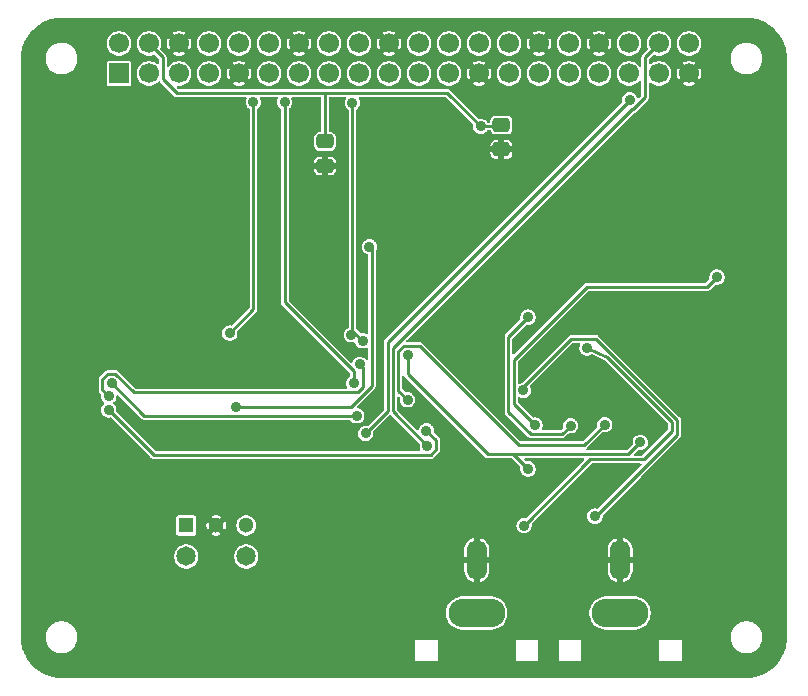
<source format=gbl>
G04 #@! TF.GenerationSoftware,KiCad,Pcbnew,9.0.6*
G04 #@! TF.CreationDate,2026-02-12T12:28:41-08:00*
G04 #@! TF.ProjectId,mutebox_hat_audio_in,6d757465-626f-4785-9f68-61745f617564,rev?*
G04 #@! TF.SameCoordinates,Original*
G04 #@! TF.FileFunction,Copper,L2,Bot*
G04 #@! TF.FilePolarity,Positive*
%FSLAX46Y46*%
G04 Gerber Fmt 4.6, Leading zero omitted, Abs format (unit mm)*
G04 Created by KiCad (PCBNEW 9.0.6) date 2026-02-12 12:28:41*
%MOMM*%
%LPD*%
G01*
G04 APERTURE LIST*
G04 Aperture macros list*
%AMRoundRect*
0 Rectangle with rounded corners*
0 $1 Rounding radius*
0 $2 $3 $4 $5 $6 $7 $8 $9 X,Y pos of 4 corners*
0 Add a 4 corners polygon primitive as box body*
4,1,4,$2,$3,$4,$5,$6,$7,$8,$9,$2,$3,0*
0 Add four circle primitives for the rounded corners*
1,1,$1+$1,$2,$3*
1,1,$1+$1,$4,$5*
1,1,$1+$1,$6,$7*
1,1,$1+$1,$8,$9*
0 Add four rect primitives between the rounded corners*
20,1,$1+$1,$2,$3,$4,$5,0*
20,1,$1+$1,$4,$5,$6,$7,0*
20,1,$1+$1,$6,$7,$8,$9,0*
20,1,$1+$1,$8,$9,$2,$3,0*%
G04 Aperture macros list end*
G04 #@! TA.AperFunction,ComponentPad*
%ADD10O,4.800000X2.400000*%
G04 #@! TD*
G04 #@! TA.AperFunction,ComponentPad*
%ADD11O,1.700000X3.400000*%
G04 #@! TD*
G04 #@! TA.AperFunction,ComponentPad*
%ADD12R,1.300000X1.300000*%
G04 #@! TD*
G04 #@! TA.AperFunction,ComponentPad*
%ADD13C,1.300000*%
G04 #@! TD*
G04 #@! TA.AperFunction,ComponentPad*
%ADD14C,1.650000*%
G04 #@! TD*
G04 #@! TA.AperFunction,ComponentPad*
%ADD15R,1.700000X1.700000*%
G04 #@! TD*
G04 #@! TA.AperFunction,ComponentPad*
%ADD16C,1.700000*%
G04 #@! TD*
G04 #@! TA.AperFunction,SMDPad,CuDef*
%ADD17RoundRect,0.250000X-0.475000X0.337500X-0.475000X-0.337500X0.475000X-0.337500X0.475000X0.337500X0*%
G04 #@! TD*
G04 #@! TA.AperFunction,ViaPad*
%ADD18C,0.900000*%
G04 #@! TD*
G04 #@! TA.AperFunction,Conductor*
%ADD19C,0.250000*%
G04 #@! TD*
G04 APERTURE END LIST*
D10*
X150800000Y-94450000D03*
D11*
X150800000Y-89950000D03*
D10*
X138662000Y-94450000D03*
D11*
X138662000Y-89950000D03*
D12*
X114060000Y-87040000D03*
D13*
X116600000Y-87040000D03*
X119140000Y-87040000D03*
D14*
X114060000Y-89660000D03*
X119140000Y-89660000D03*
D15*
X108370000Y-48770000D03*
D16*
X108370000Y-46230000D03*
X110910000Y-48770000D03*
X110910000Y-46230000D03*
X113450000Y-48770000D03*
X113450000Y-46230000D03*
X115990000Y-48770000D03*
X115990000Y-46230000D03*
X118530000Y-48770000D03*
X118530000Y-46230000D03*
X121070000Y-48770000D03*
X121070000Y-46230000D03*
X123610000Y-48770000D03*
X123610000Y-46230000D03*
X126150000Y-48770000D03*
X126150000Y-46230000D03*
X128690000Y-48770000D03*
X128690000Y-46230000D03*
X131230000Y-48770000D03*
X131230000Y-46230000D03*
X133770000Y-48770000D03*
X133770000Y-46230000D03*
X136310000Y-48770000D03*
X136310000Y-46230000D03*
X138850000Y-48770000D03*
X138850000Y-46230000D03*
X141390000Y-48770000D03*
X141390000Y-46230000D03*
X143930000Y-48770000D03*
X143930000Y-46230000D03*
X146470000Y-48770000D03*
X146470000Y-46230000D03*
X149010000Y-48770000D03*
X149010000Y-46230000D03*
X151550000Y-48770000D03*
X151550000Y-46230000D03*
X154090000Y-48770000D03*
X154090000Y-46230000D03*
X156630000Y-48770000D03*
X156630000Y-46230000D03*
D17*
X125818750Y-54525000D03*
X125818750Y-56600000D03*
X140750000Y-53125000D03*
X140750000Y-55200000D03*
D18*
X154500000Y-67599000D03*
X148250000Y-74899996D03*
X118000000Y-75000000D03*
X117938500Y-69350000D03*
X140000000Y-76500000D03*
X112750000Y-72674999D03*
X149925000Y-68075000D03*
X125769897Y-58169897D03*
X139400000Y-57800000D03*
X143000000Y-69400000D03*
X146600000Y-78600000D03*
X139000000Y-53250000D03*
X129575000Y-63425000D03*
X118250000Y-76975000D03*
X142662000Y-87050000D03*
X148000000Y-72000000D03*
X151600000Y-51000000D03*
X129250000Y-79250000D03*
X128137000Y-51250000D03*
X128051992Y-70898008D03*
X129000000Y-71400000D03*
X122400000Y-51201000D03*
X128250000Y-75000000D03*
X143589338Y-78545357D03*
X159000000Y-66000000D03*
X134470000Y-80270000D03*
X107500000Y-76097212D03*
X128750000Y-73399997D03*
X143000000Y-82250000D03*
X152500000Y-80000000D03*
X132800000Y-72600000D03*
X132800000Y-76400000D03*
X149500000Y-78500000D03*
X142600000Y-75600000D03*
X148662000Y-86250000D03*
X107500000Y-77250000D03*
X134400000Y-79000000D03*
X128500000Y-77750000D03*
X107750000Y-75000000D03*
X117750000Y-70750000D03*
X119750000Y-51201000D03*
D19*
X125818750Y-56600000D02*
X125818750Y-58121044D01*
X125818750Y-58121044D02*
X125769897Y-58169897D01*
X139400000Y-57800000D02*
X140750000Y-56450000D01*
X140750000Y-56450000D02*
X140750000Y-55200000D01*
X146600000Y-78600000D02*
X145878643Y-79321357D01*
X141349000Y-77402449D02*
X141349000Y-71051000D01*
X145878643Y-79321357D02*
X143267908Y-79321357D01*
X143000000Y-69400000D02*
X141349000Y-71051000D01*
X143267908Y-79321357D02*
X141349000Y-77402449D01*
X136174000Y-50424000D02*
X125800000Y-50424000D01*
X125818750Y-54525000D02*
X125818750Y-50442750D01*
X139000000Y-53250000D02*
X140625000Y-53250000D01*
X112086000Y-47406000D02*
X110910000Y-46230000D01*
X140625000Y-53250000D02*
X140750000Y-53125000D01*
X125800000Y-50424000D02*
X113252884Y-50424000D01*
X139000000Y-53250000D02*
X136174000Y-50424000D01*
X112086000Y-49257116D02*
X112086000Y-47406000D01*
X113252884Y-50424000D02*
X112086000Y-49257116D01*
X125818750Y-50442750D02*
X125800000Y-50424000D01*
X140725000Y-53125000D02*
X140750000Y-53125000D01*
X129776000Y-75224000D02*
X129776000Y-63626000D01*
X118250000Y-76975000D02*
X128025000Y-76975000D01*
X129776000Y-63626000D02*
X129575000Y-63425000D01*
X128025000Y-76975000D02*
X129776000Y-75224000D01*
X148261000Y-81451000D02*
X142662000Y-87050000D01*
X152786810Y-81451000D02*
X148261000Y-81451000D01*
X149647430Y-72750000D02*
X155176000Y-78278570D01*
X155176000Y-78278570D02*
X155176000Y-79061810D01*
X148000000Y-72000000D02*
X149647430Y-72750000D01*
X155176000Y-79061810D02*
X152786810Y-81451000D01*
X131122000Y-71478000D02*
X151600000Y-51000000D01*
X129250000Y-79249997D02*
X131122000Y-77377997D01*
X131122000Y-77377997D02*
X131122000Y-71478000D01*
X129250000Y-79250000D02*
X129250000Y-79249997D01*
X128137000Y-70537000D02*
X129000000Y-71400000D01*
X128137000Y-51250000D02*
X128137000Y-70537000D01*
X122400000Y-68150000D02*
X122400000Y-51201000D01*
X128250000Y-74000000D02*
X122400000Y-68150000D01*
X128250000Y-75000000D02*
X128250000Y-74000000D01*
X141800000Y-73002570D02*
X147978570Y-66824000D01*
X147978570Y-66824000D02*
X158176000Y-66824000D01*
X158176000Y-66824000D02*
X159000000Y-66000000D01*
X141800000Y-76756019D02*
X141800000Y-73002570D01*
X143589338Y-78545357D02*
X141800000Y-76756019D01*
X131573000Y-77373000D02*
X134470000Y-80270000D01*
X152914000Y-47406000D02*
X154090000Y-46230000D01*
X152914000Y-50783430D02*
X152914000Y-47406000D01*
X131573000Y-72027000D02*
X131573000Y-77373000D01*
X151824000Y-51776000D02*
X151921430Y-51776000D01*
X151921430Y-51776000D02*
X152914000Y-50783430D01*
X131573000Y-72027000D02*
X151824000Y-51776000D01*
X128750000Y-73399997D02*
X129026000Y-73675997D01*
X109623430Y-75776000D02*
X108071430Y-74224000D01*
X108071430Y-74224000D02*
X107428570Y-74224000D01*
X129026000Y-75321430D02*
X128571430Y-75776000D01*
X106974000Y-74678570D02*
X106974000Y-75571212D01*
X106974000Y-75571212D02*
X107500000Y-76097212D01*
X128571430Y-75776000D02*
X109623430Y-75776000D01*
X107428570Y-74224000D02*
X106974000Y-74678570D01*
X129026000Y-73675997D02*
X129026000Y-75321430D01*
X143000000Y-82250000D02*
X141750000Y-81000000D01*
X139600000Y-81000000D02*
X132800000Y-74200000D01*
X132800000Y-74200000D02*
X132800000Y-72600000D01*
X141750000Y-81000000D02*
X139600000Y-81000000D01*
X151500000Y-81000000D02*
X141750000Y-81000000D01*
X152500000Y-80000000D02*
X151500000Y-81000000D01*
X132478570Y-71824000D02*
X133824000Y-71824000D01*
X133824000Y-71824000D02*
X142250000Y-80250000D01*
X132800000Y-76400000D02*
X132024000Y-75624000D01*
X132024000Y-72278570D02*
X132478570Y-71824000D01*
X142250000Y-80250000D02*
X147750000Y-80250000D01*
X147750000Y-80250000D02*
X149500000Y-78500000D01*
X132024000Y-75624000D02*
X132024000Y-72278570D01*
X148750000Y-86250000D02*
X148662000Y-86250000D01*
X155627000Y-79373000D02*
X148750000Y-86250000D01*
X146678570Y-71224000D02*
X142600000Y-75302570D01*
X155627000Y-79373000D02*
X155627000Y-78091760D01*
X142600000Y-75302570D02*
X142600000Y-75600000D01*
X155627000Y-78091760D02*
X148759240Y-71224000D01*
X148759240Y-71224000D02*
X146678570Y-71224000D01*
X134791430Y-81046000D02*
X135246000Y-80591430D01*
X135246000Y-80591430D02*
X135246000Y-79846000D01*
X135246000Y-79846000D02*
X134400000Y-79000000D01*
X107500000Y-77250000D02*
X111296000Y-81046000D01*
X111296000Y-81046000D02*
X134791430Y-81046000D01*
X110500000Y-77750000D02*
X107750000Y-75000000D01*
X128500000Y-77750000D02*
X110500000Y-77750000D01*
X119750000Y-51201000D02*
X119750000Y-68750000D01*
X119750000Y-68750000D02*
X117750000Y-70750000D01*
G04 #@! TA.AperFunction,Conductor*
G36*
X125452441Y-50768407D02*
G01*
X125488405Y-50817907D01*
X125493250Y-50848500D01*
X125493250Y-53638000D01*
X125474343Y-53696191D01*
X125424843Y-53732155D01*
X125394250Y-53737000D01*
X125289475Y-53737000D01*
X125259055Y-53739853D01*
X125259046Y-53739855D01*
X125130866Y-53784707D01*
X125021605Y-53865345D01*
X125021595Y-53865355D01*
X124940957Y-53974616D01*
X124896105Y-54102796D01*
X124896103Y-54102805D01*
X124893250Y-54133225D01*
X124893250Y-54916774D01*
X124896103Y-54947194D01*
X124896105Y-54947203D01*
X124940957Y-55075383D01*
X125021595Y-55184644D01*
X125021597Y-55184646D01*
X125021600Y-55184650D01*
X125021603Y-55184652D01*
X125021605Y-55184654D01*
X125130866Y-55265292D01*
X125130867Y-55265292D01*
X125130868Y-55265293D01*
X125259051Y-55310146D01*
X125289475Y-55312999D01*
X125289477Y-55313000D01*
X125289484Y-55313000D01*
X126348023Y-55313000D01*
X126348023Y-55312999D01*
X126378449Y-55310146D01*
X126506632Y-55265293D01*
X126615900Y-55184650D01*
X126696543Y-55075382D01*
X126741396Y-54947199D01*
X126744249Y-54916773D01*
X126744250Y-54916773D01*
X126744250Y-54133227D01*
X126744249Y-54133225D01*
X126741396Y-54102805D01*
X126741396Y-54102801D01*
X126696543Y-53974618D01*
X126651066Y-53912999D01*
X126615904Y-53865355D01*
X126615902Y-53865353D01*
X126615900Y-53865350D01*
X126615896Y-53865347D01*
X126615894Y-53865345D01*
X126506633Y-53784707D01*
X126378453Y-53739855D01*
X126378444Y-53739853D01*
X126348024Y-53737000D01*
X126348016Y-53737000D01*
X126243250Y-53737000D01*
X126185059Y-53718093D01*
X126149095Y-53668593D01*
X126144250Y-53638000D01*
X126144250Y-50848500D01*
X126163157Y-50790309D01*
X126212657Y-50754345D01*
X126243250Y-50749500D01*
X127503858Y-50749500D01*
X127562049Y-50768407D01*
X127598013Y-50817907D01*
X127598013Y-50879093D01*
X127586173Y-50903502D01*
X127560538Y-50941865D01*
X127560534Y-50941874D01*
X127511500Y-51060252D01*
X127511499Y-51060257D01*
X127486500Y-51185930D01*
X127486500Y-51314069D01*
X127511499Y-51439742D01*
X127511500Y-51439747D01*
X127560534Y-51558125D01*
X127560538Y-51558133D01*
X127598983Y-51615668D01*
X127631724Y-51664669D01*
X127631727Y-51664672D01*
X127631731Y-51664677D01*
X127703512Y-51736457D01*
X127722331Y-51755276D01*
X127766077Y-51784506D01*
X127767501Y-51785457D01*
X127805381Y-51833506D01*
X127811500Y-51867773D01*
X127811500Y-70227377D01*
X127792593Y-70285568D01*
X127750389Y-70318840D01*
X127743867Y-70321541D01*
X127637323Y-70392732D01*
X127637319Y-70392735D01*
X127546719Y-70483335D01*
X127546716Y-70483339D01*
X127475530Y-70589874D01*
X127475526Y-70589882D01*
X127426492Y-70708260D01*
X127426491Y-70708265D01*
X127403562Y-70823535D01*
X127401492Y-70833939D01*
X127401492Y-70962077D01*
X127420599Y-71058133D01*
X127426491Y-71087750D01*
X127426492Y-71087755D01*
X127475526Y-71206133D01*
X127475530Y-71206141D01*
X127508359Y-71255272D01*
X127546716Y-71312677D01*
X127637323Y-71403284D01*
X127700840Y-71445725D01*
X127743858Y-71474469D01*
X127743862Y-71474471D01*
X127743865Y-71474473D01*
X127862248Y-71523509D01*
X127987923Y-71548508D01*
X127987924Y-71548508D01*
X128116060Y-71548508D01*
X128116061Y-71548508D01*
X128241736Y-71523509D01*
X128241739Y-71523507D01*
X128246387Y-71522098D01*
X128246779Y-71523390D01*
X128301902Y-71519046D01*
X128354074Y-71551010D01*
X128373535Y-71586568D01*
X128374497Y-71589740D01*
X128423534Y-71708125D01*
X128423538Y-71708133D01*
X128466365Y-71772226D01*
X128494724Y-71814669D01*
X128585331Y-71905276D01*
X128631208Y-71935930D01*
X128691866Y-71976461D01*
X128691870Y-71976463D01*
X128691873Y-71976465D01*
X128810256Y-72025501D01*
X128935931Y-72050500D01*
X128935932Y-72050500D01*
X129064068Y-72050500D01*
X129064069Y-72050500D01*
X129189744Y-72025501D01*
X129308127Y-71976465D01*
X129308126Y-71976465D01*
X129312620Y-71974604D01*
X129313485Y-71976692D01*
X129365011Y-71967462D01*
X129420077Y-71994134D01*
X129448949Y-72048079D01*
X129450500Y-72065536D01*
X129450500Y-72951142D01*
X129431593Y-73009333D01*
X129382093Y-73045297D01*
X129320907Y-73045297D01*
X129271407Y-73009333D01*
X129269186Y-73006145D01*
X129255278Y-72985331D01*
X129255276Y-72985328D01*
X129164669Y-72894721D01*
X129122226Y-72866362D01*
X129058133Y-72823535D01*
X129058125Y-72823531D01*
X128939747Y-72774497D01*
X128939745Y-72774496D01*
X128939744Y-72774496D01*
X128814069Y-72749497D01*
X128685931Y-72749497D01*
X128685930Y-72749497D01*
X128623093Y-72761996D01*
X128560256Y-72774496D01*
X128560255Y-72774496D01*
X128560252Y-72774497D01*
X128441874Y-72823531D01*
X128441866Y-72823535D01*
X128335331Y-72894721D01*
X128335327Y-72894724D01*
X128244727Y-72985324D01*
X128244724Y-72985328D01*
X128173538Y-73091863D01*
X128173534Y-73091871D01*
X128122638Y-73214746D01*
X128121169Y-73214137D01*
X128089971Y-73258868D01*
X128032156Y-73278894D01*
X127973611Y-73261112D01*
X127960243Y-73249916D01*
X122754496Y-68044169D01*
X122726719Y-67989652D01*
X122725500Y-67974165D01*
X122725500Y-56850001D01*
X124893751Y-56850001D01*
X124893751Y-56991703D01*
X124896600Y-57022100D01*
X124896600Y-57022102D01*
X124941404Y-57150147D01*
X125021957Y-57259290D01*
X125021959Y-57259292D01*
X125131102Y-57339845D01*
X125259148Y-57384649D01*
X125289539Y-57387499D01*
X125568748Y-57387499D01*
X125568750Y-57387498D01*
X125568750Y-56850001D01*
X126068750Y-56850001D01*
X126068750Y-57387498D01*
X126068751Y-57387499D01*
X126347953Y-57387499D01*
X126378350Y-57384649D01*
X126378352Y-57384649D01*
X126506397Y-57339845D01*
X126615540Y-57259292D01*
X126615542Y-57259290D01*
X126696095Y-57150147D01*
X126740899Y-57022101D01*
X126743749Y-56991711D01*
X126743750Y-56991710D01*
X126743750Y-56850001D01*
X126743749Y-56850000D01*
X126068751Y-56850000D01*
X126068750Y-56850001D01*
X125568750Y-56850001D01*
X125568749Y-56850000D01*
X124893752Y-56850000D01*
X124893751Y-56850001D01*
X122725500Y-56850001D01*
X122725500Y-56208288D01*
X124893750Y-56208288D01*
X124893750Y-56349999D01*
X124893751Y-56350000D01*
X125568749Y-56350000D01*
X125568750Y-56349999D01*
X125568750Y-55812501D01*
X126068750Y-55812501D01*
X126068750Y-56349999D01*
X126068751Y-56350000D01*
X126743748Y-56350000D01*
X126743749Y-56349999D01*
X126743749Y-56208296D01*
X126740899Y-56177899D01*
X126740899Y-56177897D01*
X126696095Y-56049852D01*
X126615542Y-55940709D01*
X126615540Y-55940707D01*
X126506397Y-55860154D01*
X126378351Y-55815350D01*
X126347961Y-55812500D01*
X126068751Y-55812500D01*
X126068750Y-55812501D01*
X125568750Y-55812501D01*
X125568749Y-55812500D01*
X125289546Y-55812500D01*
X125259149Y-55815350D01*
X125259147Y-55815350D01*
X125131102Y-55860154D01*
X125021959Y-55940707D01*
X125021957Y-55940709D01*
X124941404Y-56049852D01*
X124896600Y-56177898D01*
X124893750Y-56208288D01*
X122725500Y-56208288D01*
X122725500Y-51818773D01*
X122744407Y-51760582D01*
X122769499Y-51736457D01*
X122814669Y-51706276D01*
X122905276Y-51615669D01*
X122976465Y-51509127D01*
X123025501Y-51390744D01*
X123050500Y-51265069D01*
X123050500Y-51136931D01*
X123025501Y-51011256D01*
X122976465Y-50892873D01*
X122974604Y-50888380D01*
X122976351Y-50887656D01*
X122966935Y-50834943D01*
X122993633Y-50779889D01*
X123047591Y-50751043D01*
X123065002Y-50749500D01*
X125394250Y-50749500D01*
X125452441Y-50768407D01*
G37*
G04 #@! TD.AperFunction*
G04 #@! TA.AperFunction,Conductor*
G36*
X161502421Y-44050619D02*
G01*
X161531275Y-44052036D01*
X161833272Y-44066872D01*
X161842914Y-44067822D01*
X162168160Y-44116068D01*
X162177666Y-44117958D01*
X162496630Y-44197855D01*
X162505901Y-44200667D01*
X162815490Y-44311440D01*
X162824459Y-44315155D01*
X163121701Y-44455740D01*
X163130244Y-44460307D01*
X163412264Y-44629343D01*
X163420342Y-44634740D01*
X163684437Y-44830606D01*
X163691947Y-44836770D01*
X163724286Y-44866080D01*
X163935566Y-45057573D01*
X163942431Y-45064438D01*
X164163229Y-45308052D01*
X164169393Y-45315562D01*
X164365259Y-45579657D01*
X164370656Y-45587735D01*
X164539685Y-45869742D01*
X164544262Y-45878305D01*
X164592424Y-45980135D01*
X164684842Y-46175537D01*
X164688560Y-46184513D01*
X164799328Y-46494085D01*
X164802148Y-46503382D01*
X164882038Y-46822322D01*
X164883933Y-46831851D01*
X164932175Y-47157071D01*
X164933128Y-47166739D01*
X164949381Y-47497577D01*
X164949500Y-47502435D01*
X164949500Y-96497564D01*
X164949381Y-96502422D01*
X164933128Y-96833260D01*
X164932175Y-96842928D01*
X164883933Y-97168148D01*
X164882038Y-97177677D01*
X164802148Y-97496617D01*
X164799328Y-97505914D01*
X164688560Y-97815486D01*
X164684842Y-97824462D01*
X164544265Y-98121689D01*
X164539685Y-98130257D01*
X164370656Y-98412264D01*
X164365259Y-98420342D01*
X164169393Y-98684437D01*
X164163229Y-98691947D01*
X163942431Y-98935561D01*
X163935561Y-98942431D01*
X163691947Y-99163229D01*
X163684437Y-99169393D01*
X163420342Y-99365259D01*
X163412264Y-99370656D01*
X163130257Y-99539685D01*
X163121689Y-99544265D01*
X162824462Y-99684842D01*
X162815486Y-99688560D01*
X162505914Y-99799328D01*
X162496617Y-99802148D01*
X162177677Y-99882038D01*
X162168148Y-99883933D01*
X161842928Y-99932175D01*
X161833260Y-99933128D01*
X161502422Y-99949381D01*
X161497564Y-99949500D01*
X103502436Y-99949500D01*
X103497578Y-99949381D01*
X103166739Y-99933128D01*
X103157071Y-99932175D01*
X102831851Y-99883933D01*
X102822322Y-99882038D01*
X102503382Y-99802148D01*
X102494085Y-99799328D01*
X102184513Y-99688560D01*
X102175537Y-99684842D01*
X101888402Y-99549038D01*
X101878305Y-99544262D01*
X101869748Y-99539688D01*
X101728738Y-99455170D01*
X101587735Y-99370656D01*
X101579657Y-99365259D01*
X101315562Y-99169393D01*
X101308052Y-99163229D01*
X101064438Y-98942431D01*
X101057573Y-98935566D01*
X100970719Y-98839738D01*
X100836770Y-98691947D01*
X100830606Y-98684437D01*
X100634740Y-98420342D01*
X100629343Y-98412264D01*
X100578551Y-98327523D01*
X100460307Y-98130244D01*
X100455740Y-98121701D01*
X100315155Y-97824459D01*
X100311439Y-97815486D01*
X100288565Y-97751557D01*
X100200667Y-97505901D01*
X100197855Y-97496630D01*
X100117958Y-97177666D01*
X100116068Y-97168160D01*
X100067822Y-96842914D01*
X100066872Y-96833272D01*
X100050619Y-96502421D01*
X100050500Y-96497564D01*
X100050500Y-96393709D01*
X102149500Y-96393709D01*
X102149500Y-96606290D01*
X102182752Y-96816238D01*
X102248443Y-97018412D01*
X102344948Y-97207815D01*
X102344950Y-97207819D01*
X102469891Y-97379786D01*
X102469893Y-97379788D01*
X102469896Y-97379792D01*
X102620208Y-97530104D01*
X102620211Y-97530106D01*
X102620213Y-97530108D01*
X102792180Y-97655049D01*
X102792184Y-97655051D01*
X102981588Y-97751557D01*
X103183757Y-97817246D01*
X103183758Y-97817246D01*
X103183761Y-97817247D01*
X103393710Y-97850500D01*
X103393713Y-97850500D01*
X103606290Y-97850500D01*
X103816238Y-97817247D01*
X103816239Y-97817246D01*
X103816243Y-97817246D01*
X104018412Y-97751557D01*
X104207816Y-97655051D01*
X104379792Y-97530104D01*
X104530104Y-97379792D01*
X104655051Y-97207816D01*
X104751557Y-97018412D01*
X104817246Y-96816243D01*
X104819740Y-96800500D01*
X104831051Y-96729082D01*
X133461500Y-96729082D01*
X133461500Y-98429082D01*
X133461500Y-98470918D01*
X133491082Y-98500500D01*
X133491083Y-98500500D01*
X135332917Y-98500500D01*
X135332918Y-98500500D01*
X135362500Y-98470918D01*
X135362500Y-96729082D01*
X141961500Y-96729082D01*
X141961500Y-98429082D01*
X141961500Y-98470918D01*
X141991082Y-98500500D01*
X141991083Y-98500500D01*
X143832917Y-98500500D01*
X143832918Y-98500500D01*
X143862500Y-98470918D01*
X143862500Y-96729082D01*
X145599500Y-96729082D01*
X145599500Y-98429082D01*
X145599500Y-98470918D01*
X145629082Y-98500500D01*
X145629083Y-98500500D01*
X147470917Y-98500500D01*
X147470918Y-98500500D01*
X147500500Y-98470918D01*
X147500500Y-96729082D01*
X154099500Y-96729082D01*
X154099500Y-98429082D01*
X154099500Y-98470918D01*
X154129082Y-98500500D01*
X154129083Y-98500500D01*
X155970917Y-98500500D01*
X155970918Y-98500500D01*
X156000500Y-98470918D01*
X156000500Y-96729082D01*
X155970918Y-96699500D01*
X154170918Y-96699500D01*
X154129082Y-96699500D01*
X154099500Y-96729082D01*
X147500500Y-96729082D01*
X147470918Y-96699500D01*
X145670918Y-96699500D01*
X145629082Y-96699500D01*
X145599500Y-96729082D01*
X143862500Y-96729082D01*
X143832918Y-96699500D01*
X142032918Y-96699500D01*
X141991082Y-96699500D01*
X141961500Y-96729082D01*
X135362500Y-96729082D01*
X135332918Y-96699500D01*
X133532918Y-96699500D01*
X133491082Y-96699500D01*
X133461500Y-96729082D01*
X104831051Y-96729082D01*
X104836623Y-96693903D01*
X104836623Y-96693902D01*
X104850500Y-96606288D01*
X104850500Y-96393709D01*
X160149500Y-96393709D01*
X160149500Y-96606290D01*
X160182752Y-96816238D01*
X160248443Y-97018412D01*
X160344948Y-97207815D01*
X160344950Y-97207819D01*
X160469891Y-97379786D01*
X160469893Y-97379788D01*
X160469896Y-97379792D01*
X160620208Y-97530104D01*
X160620211Y-97530106D01*
X160620213Y-97530108D01*
X160792180Y-97655049D01*
X160792184Y-97655051D01*
X160981588Y-97751557D01*
X161183757Y-97817246D01*
X161183758Y-97817246D01*
X161183761Y-97817247D01*
X161393710Y-97850500D01*
X161393713Y-97850500D01*
X161606290Y-97850500D01*
X161816238Y-97817247D01*
X161816239Y-97817246D01*
X161816243Y-97817246D01*
X162018412Y-97751557D01*
X162207816Y-97655051D01*
X162379792Y-97530104D01*
X162530104Y-97379792D01*
X162655051Y-97207816D01*
X162751557Y-97018412D01*
X162817246Y-96816243D01*
X162817247Y-96816238D01*
X162850500Y-96606290D01*
X162850500Y-96393709D01*
X162817247Y-96183761D01*
X162817246Y-96183757D01*
X162751557Y-95981588D01*
X162655051Y-95792184D01*
X162655049Y-95792180D01*
X162530108Y-95620213D01*
X162530106Y-95620211D01*
X162530104Y-95620208D01*
X162379792Y-95469896D01*
X162379788Y-95469893D01*
X162379786Y-95469891D01*
X162207819Y-95344950D01*
X162207815Y-95344948D01*
X162018412Y-95248443D01*
X161816238Y-95182752D01*
X161606290Y-95149500D01*
X161606287Y-95149500D01*
X161393713Y-95149500D01*
X161393710Y-95149500D01*
X161183761Y-95182752D01*
X160981587Y-95248443D01*
X160792184Y-95344948D01*
X160792180Y-95344950D01*
X160620213Y-95469891D01*
X160469891Y-95620213D01*
X160344950Y-95792180D01*
X160344948Y-95792184D01*
X160248443Y-95981587D01*
X160182752Y-96183761D01*
X160149500Y-96393709D01*
X104850500Y-96393709D01*
X104817247Y-96183761D01*
X104817246Y-96183757D01*
X104751557Y-95981588D01*
X104655051Y-95792184D01*
X104655049Y-95792180D01*
X104530108Y-95620213D01*
X104530106Y-95620211D01*
X104530104Y-95620208D01*
X104379792Y-95469896D01*
X104379788Y-95469893D01*
X104379786Y-95469891D01*
X104207819Y-95344950D01*
X104207815Y-95344948D01*
X104018412Y-95248443D01*
X103816238Y-95182752D01*
X103606290Y-95149500D01*
X103606287Y-95149500D01*
X103393713Y-95149500D01*
X103393710Y-95149500D01*
X103183761Y-95182752D01*
X102981587Y-95248443D01*
X102792184Y-95344948D01*
X102792180Y-95344950D01*
X102620213Y-95469891D01*
X102469891Y-95620213D01*
X102344950Y-95792180D01*
X102344948Y-95792184D01*
X102248443Y-95981587D01*
X102182752Y-96183761D01*
X102149500Y-96393709D01*
X100050500Y-96393709D01*
X100050500Y-94339774D01*
X136061500Y-94339774D01*
X136061500Y-94560225D01*
X136095984Y-94777948D01*
X136164102Y-94987599D01*
X136164104Y-94987602D01*
X136164105Y-94987606D01*
X136218736Y-95094825D01*
X136263538Y-95182754D01*
X136264185Y-95184022D01*
X136393758Y-95362365D01*
X136549635Y-95518242D01*
X136727978Y-95647815D01*
X136924394Y-95747895D01*
X137134049Y-95816015D01*
X137221140Y-95829809D01*
X137351775Y-95850500D01*
X137351778Y-95850500D01*
X139972225Y-95850500D01*
X140081086Y-95833257D01*
X140189951Y-95816015D01*
X140399606Y-95747895D01*
X140596022Y-95647815D01*
X140774365Y-95518242D01*
X140930242Y-95362365D01*
X141059815Y-95184022D01*
X141159895Y-94987606D01*
X141228015Y-94777951D01*
X141262500Y-94560222D01*
X141262500Y-94339778D01*
X141262500Y-94339774D01*
X148199500Y-94339774D01*
X148199500Y-94560225D01*
X148233984Y-94777948D01*
X148302102Y-94987599D01*
X148302104Y-94987602D01*
X148302105Y-94987606D01*
X148356736Y-95094825D01*
X148401538Y-95182754D01*
X148402185Y-95184022D01*
X148531758Y-95362365D01*
X148687635Y-95518242D01*
X148865978Y-95647815D01*
X149062394Y-95747895D01*
X149272049Y-95816015D01*
X149359140Y-95829809D01*
X149489775Y-95850500D01*
X149489778Y-95850500D01*
X152110225Y-95850500D01*
X152219086Y-95833257D01*
X152327951Y-95816015D01*
X152537606Y-95747895D01*
X152734022Y-95647815D01*
X152912365Y-95518242D01*
X153068242Y-95362365D01*
X153197815Y-95184022D01*
X153297895Y-94987606D01*
X153366015Y-94777951D01*
X153400500Y-94560222D01*
X153400500Y-94339778D01*
X153400500Y-94339774D01*
X153366015Y-94122051D01*
X153366015Y-94122049D01*
X153297895Y-93912394D01*
X153197815Y-93715978D01*
X153068242Y-93537635D01*
X152912365Y-93381758D01*
X152734022Y-93252185D01*
X152734021Y-93252184D01*
X152734019Y-93252183D01*
X152644825Y-93206736D01*
X152537606Y-93152105D01*
X152537602Y-93152104D01*
X152537599Y-93152102D01*
X152327948Y-93083984D01*
X152110225Y-93049500D01*
X152110222Y-93049500D01*
X149489778Y-93049500D01*
X149489775Y-93049500D01*
X149272051Y-93083984D01*
X149062400Y-93152102D01*
X148865980Y-93252183D01*
X148776806Y-93316971D01*
X148687635Y-93381758D01*
X148531758Y-93537635D01*
X148466971Y-93626806D01*
X148402183Y-93715980D01*
X148302102Y-93912400D01*
X148233984Y-94122051D01*
X148199500Y-94339774D01*
X141262500Y-94339774D01*
X141228015Y-94122051D01*
X141228015Y-94122049D01*
X141159895Y-93912394D01*
X141059815Y-93715978D01*
X140930242Y-93537635D01*
X140774365Y-93381758D01*
X140596022Y-93252185D01*
X140596021Y-93252184D01*
X140596019Y-93252183D01*
X140506825Y-93206736D01*
X140399606Y-93152105D01*
X140399602Y-93152104D01*
X140399599Y-93152102D01*
X140189948Y-93083984D01*
X139972225Y-93049500D01*
X139972222Y-93049500D01*
X137351778Y-93049500D01*
X137351775Y-93049500D01*
X137134051Y-93083984D01*
X136924400Y-93152102D01*
X136727980Y-93252183D01*
X136638806Y-93316971D01*
X136549635Y-93381758D01*
X136393758Y-93537635D01*
X136328971Y-93626806D01*
X136264183Y-93715980D01*
X136164102Y-93912400D01*
X136095984Y-94122051D01*
X136061500Y-94339774D01*
X100050500Y-94339774D01*
X100050500Y-89558994D01*
X113034500Y-89558994D01*
X113034500Y-89761005D01*
X113073908Y-89959124D01*
X113073910Y-89959130D01*
X113151213Y-90145755D01*
X113151214Y-90145756D01*
X113263442Y-90313718D01*
X113406282Y-90456558D01*
X113574244Y-90568786D01*
X113760873Y-90646091D01*
X113958997Y-90685500D01*
X113958998Y-90685500D01*
X114161002Y-90685500D01*
X114161003Y-90685500D01*
X114359127Y-90646091D01*
X114545756Y-90568786D01*
X114713718Y-90456558D01*
X114856558Y-90313718D01*
X114968786Y-90145756D01*
X115046091Y-89959127D01*
X115085500Y-89761003D01*
X115085500Y-89558997D01*
X115085499Y-89558994D01*
X118114500Y-89558994D01*
X118114500Y-89761005D01*
X118153908Y-89959124D01*
X118153910Y-89959130D01*
X118231213Y-90145755D01*
X118231214Y-90145756D01*
X118343442Y-90313718D01*
X118486282Y-90456558D01*
X118654244Y-90568786D01*
X118840873Y-90646091D01*
X119038997Y-90685500D01*
X119038998Y-90685500D01*
X119241002Y-90685500D01*
X119241003Y-90685500D01*
X119439127Y-90646091D01*
X119625756Y-90568786D01*
X119793718Y-90456558D01*
X119936558Y-90313718D01*
X120048786Y-90145756D01*
X120126091Y-89959127D01*
X120165500Y-89761003D01*
X120165500Y-89558997D01*
X120126091Y-89360873D01*
X120048786Y-89174244D01*
X119936558Y-89006282D01*
X119926857Y-88996581D01*
X137612000Y-88996581D01*
X137612000Y-89699999D01*
X137612001Y-89700000D01*
X138162000Y-89700000D01*
X138162000Y-90200000D01*
X137612001Y-90200000D01*
X137612000Y-90200001D01*
X137612000Y-90903418D01*
X137652349Y-91106272D01*
X137731501Y-91297360D01*
X137731508Y-91297374D01*
X137846405Y-91469329D01*
X137992670Y-91615594D01*
X138164625Y-91730491D01*
X138164639Y-91730498D01*
X138355723Y-91809648D01*
X138355730Y-91809650D01*
X138412000Y-91820842D01*
X138412000Y-91033012D01*
X138469007Y-91065925D01*
X138596174Y-91100000D01*
X138727826Y-91100000D01*
X138854993Y-91065925D01*
X138912000Y-91033012D01*
X138912000Y-91820841D01*
X138968269Y-91809650D01*
X138968276Y-91809648D01*
X139159360Y-91730498D01*
X139159374Y-91730491D01*
X139331329Y-91615594D01*
X139477594Y-91469329D01*
X139592491Y-91297374D01*
X139592498Y-91297360D01*
X139671650Y-91106272D01*
X139711999Y-90903418D01*
X139712000Y-90903413D01*
X139712000Y-90200001D01*
X139711999Y-90200000D01*
X139162000Y-90200000D01*
X139162000Y-89700000D01*
X139711999Y-89700000D01*
X139712000Y-89699999D01*
X139712000Y-88996586D01*
X139711999Y-88996581D01*
X149750000Y-88996581D01*
X149750000Y-89699999D01*
X149750001Y-89700000D01*
X150300000Y-89700000D01*
X150300000Y-90200000D01*
X149750001Y-90200000D01*
X149750000Y-90200001D01*
X149750000Y-90903418D01*
X149790349Y-91106272D01*
X149869501Y-91297360D01*
X149869508Y-91297374D01*
X149984405Y-91469329D01*
X150130670Y-91615594D01*
X150302625Y-91730491D01*
X150302639Y-91730498D01*
X150493723Y-91809648D01*
X150493730Y-91809650D01*
X150550000Y-91820842D01*
X150550000Y-91033012D01*
X150607007Y-91065925D01*
X150734174Y-91100000D01*
X150865826Y-91100000D01*
X150992993Y-91065925D01*
X151050000Y-91033012D01*
X151050000Y-91820841D01*
X151106269Y-91809650D01*
X151106276Y-91809648D01*
X151297360Y-91730498D01*
X151297374Y-91730491D01*
X151469329Y-91615594D01*
X151615594Y-91469329D01*
X151730491Y-91297374D01*
X151730498Y-91297360D01*
X151809650Y-91106272D01*
X151849999Y-90903418D01*
X151850000Y-90903413D01*
X151850000Y-90200001D01*
X151849999Y-90200000D01*
X151300000Y-90200000D01*
X151300000Y-89700000D01*
X151849999Y-89700000D01*
X151850000Y-89699999D01*
X151850000Y-88996586D01*
X151849999Y-88996581D01*
X151809650Y-88793727D01*
X151730498Y-88602639D01*
X151730491Y-88602625D01*
X151615594Y-88430670D01*
X151469329Y-88284405D01*
X151297374Y-88169508D01*
X151297360Y-88169501D01*
X151106274Y-88090350D01*
X151050000Y-88079156D01*
X151050000Y-88866988D01*
X150992993Y-88834075D01*
X150865826Y-88800000D01*
X150734174Y-88800000D01*
X150607007Y-88834075D01*
X150550000Y-88866988D01*
X150550000Y-88079156D01*
X150493725Y-88090350D01*
X150302639Y-88169501D01*
X150302625Y-88169508D01*
X150130670Y-88284405D01*
X149984405Y-88430670D01*
X149869508Y-88602625D01*
X149869501Y-88602639D01*
X149790349Y-88793727D01*
X149750000Y-88996581D01*
X139711999Y-88996581D01*
X139671650Y-88793727D01*
X139592498Y-88602639D01*
X139592491Y-88602625D01*
X139477594Y-88430670D01*
X139331329Y-88284405D01*
X139159374Y-88169508D01*
X139159360Y-88169501D01*
X138968274Y-88090350D01*
X138912000Y-88079156D01*
X138912000Y-88866988D01*
X138854993Y-88834075D01*
X138727826Y-88800000D01*
X138596174Y-88800000D01*
X138469007Y-88834075D01*
X138412000Y-88866988D01*
X138412000Y-88079156D01*
X138355725Y-88090350D01*
X138164639Y-88169501D01*
X138164625Y-88169508D01*
X137992670Y-88284405D01*
X137846405Y-88430670D01*
X137731508Y-88602625D01*
X137731501Y-88602639D01*
X137652349Y-88793727D01*
X137612000Y-88996581D01*
X119926857Y-88996581D01*
X119793718Y-88863442D01*
X119625756Y-88751214D01*
X119625757Y-88751214D01*
X119625755Y-88751213D01*
X119439130Y-88673910D01*
X119439124Y-88673908D01*
X119241005Y-88634500D01*
X119241003Y-88634500D01*
X119038997Y-88634500D01*
X119038994Y-88634500D01*
X118840875Y-88673908D01*
X118840869Y-88673910D01*
X118654244Y-88751213D01*
X118486285Y-88863439D01*
X118343439Y-89006285D01*
X118231213Y-89174244D01*
X118153910Y-89360869D01*
X118153908Y-89360875D01*
X118114500Y-89558994D01*
X115085499Y-89558994D01*
X115046091Y-89360873D01*
X114968786Y-89174244D01*
X114856558Y-89006282D01*
X114713718Y-88863442D01*
X114545756Y-88751214D01*
X114545757Y-88751214D01*
X114545755Y-88751213D01*
X114359130Y-88673910D01*
X114359124Y-88673908D01*
X114161005Y-88634500D01*
X114161003Y-88634500D01*
X113958997Y-88634500D01*
X113958994Y-88634500D01*
X113760875Y-88673908D01*
X113760869Y-88673910D01*
X113574244Y-88751213D01*
X113406285Y-88863439D01*
X113263439Y-89006285D01*
X113151213Y-89174244D01*
X113073910Y-89360869D01*
X113073908Y-89360875D01*
X113034500Y-89558994D01*
X100050500Y-89558994D01*
X100050500Y-86370253D01*
X113209500Y-86370253D01*
X113209500Y-87709746D01*
X113209501Y-87709758D01*
X113221132Y-87768227D01*
X113221134Y-87768233D01*
X113238428Y-87794115D01*
X113265448Y-87834552D01*
X113331769Y-87878867D01*
X113376231Y-87887711D01*
X113390241Y-87890498D01*
X113390246Y-87890498D01*
X113390252Y-87890500D01*
X113390253Y-87890500D01*
X114729747Y-87890500D01*
X114729748Y-87890500D01*
X114788231Y-87878867D01*
X114854552Y-87834552D01*
X114898867Y-87768231D01*
X114910500Y-87709748D01*
X114910500Y-86956279D01*
X115750000Y-86956279D01*
X115750000Y-87123720D01*
X115782665Y-87287935D01*
X115782665Y-87287937D01*
X115845883Y-87440560D01*
X115845884Y-87440560D01*
X116200000Y-87086444D01*
X116200000Y-87092661D01*
X116227259Y-87194394D01*
X116279920Y-87285606D01*
X116354394Y-87360080D01*
X116445606Y-87412741D01*
X116547339Y-87440000D01*
X116553553Y-87440000D01*
X116199438Y-87794114D01*
X116199438Y-87794115D01*
X116352065Y-87857335D01*
X116516279Y-87889999D01*
X116516283Y-87890000D01*
X116683717Y-87890000D01*
X116683720Y-87889999D01*
X116847933Y-87857335D01*
X116847939Y-87857333D01*
X117000559Y-87794114D01*
X116646445Y-87440000D01*
X116652661Y-87440000D01*
X116754394Y-87412741D01*
X116845606Y-87360080D01*
X116920080Y-87285606D01*
X116972741Y-87194394D01*
X117000000Y-87092661D01*
X117000000Y-87086445D01*
X117354114Y-87440559D01*
X117417333Y-87287939D01*
X117417335Y-87287933D01*
X117449999Y-87123720D01*
X117450000Y-87123716D01*
X117450000Y-86956281D01*
X117449999Y-86956280D01*
X117449989Y-86956230D01*
X118289500Y-86956230D01*
X118289500Y-87123769D01*
X118322183Y-87288079D01*
X118322185Y-87288085D01*
X118386296Y-87442862D01*
X118386297Y-87442863D01*
X118479374Y-87582162D01*
X118597838Y-87700626D01*
X118737137Y-87793703D01*
X118891918Y-87857816D01*
X119056233Y-87890500D01*
X119056234Y-87890500D01*
X119223766Y-87890500D01*
X119223767Y-87890500D01*
X119388082Y-87857816D01*
X119542863Y-87793703D01*
X119682162Y-87700626D01*
X119800626Y-87582162D01*
X119893703Y-87442863D01*
X119957816Y-87288082D01*
X119990500Y-87123767D01*
X119990500Y-86956233D01*
X119957816Y-86791918D01*
X119893703Y-86637137D01*
X119800626Y-86497838D01*
X119682162Y-86379374D01*
X119542863Y-86286297D01*
X119542864Y-86286297D01*
X119542862Y-86286296D01*
X119388085Y-86222185D01*
X119388079Y-86222183D01*
X119223769Y-86189500D01*
X119223767Y-86189500D01*
X119056233Y-86189500D01*
X119056230Y-86189500D01*
X118891920Y-86222183D01*
X118891914Y-86222185D01*
X118737137Y-86286296D01*
X118597838Y-86379374D01*
X118597834Y-86379377D01*
X118479377Y-86497834D01*
X118479374Y-86497838D01*
X118386296Y-86637137D01*
X118322185Y-86791914D01*
X118322183Y-86791920D01*
X118289500Y-86956230D01*
X117449989Y-86956230D01*
X117417335Y-86792065D01*
X117354115Y-86639438D01*
X117354114Y-86639438D01*
X117000000Y-86993552D01*
X117000000Y-86987339D01*
X116972741Y-86885606D01*
X116920080Y-86794394D01*
X116845606Y-86719920D01*
X116754394Y-86667259D01*
X116652661Y-86640000D01*
X116646445Y-86640000D01*
X117000560Y-86285884D01*
X117000560Y-86285883D01*
X116847936Y-86222665D01*
X116683720Y-86190000D01*
X116516279Y-86190000D01*
X116352064Y-86222665D01*
X116352062Y-86222665D01*
X116199438Y-86285883D01*
X116553555Y-86640000D01*
X116547339Y-86640000D01*
X116445606Y-86667259D01*
X116354394Y-86719920D01*
X116279920Y-86794394D01*
X116227259Y-86885606D01*
X116200000Y-86987339D01*
X116200000Y-86993555D01*
X115845883Y-86639438D01*
X115782665Y-86792062D01*
X115782665Y-86792064D01*
X115750000Y-86956279D01*
X114910500Y-86956279D01*
X114910500Y-86370252D01*
X114910499Y-86370250D01*
X114910499Y-86370244D01*
X114904042Y-86337786D01*
X114898867Y-86311769D01*
X114854552Y-86245448D01*
X114854548Y-86245445D01*
X114788233Y-86201134D01*
X114788231Y-86201133D01*
X114788228Y-86201132D01*
X114788227Y-86201132D01*
X114729758Y-86189501D01*
X114729748Y-86189500D01*
X113390252Y-86189500D01*
X113390251Y-86189500D01*
X113390241Y-86189501D01*
X113331772Y-86201132D01*
X113331766Y-86201134D01*
X113265451Y-86245445D01*
X113265445Y-86245451D01*
X113221134Y-86311766D01*
X113221132Y-86311772D01*
X113209501Y-86370241D01*
X113209500Y-86370253D01*
X100050500Y-86370253D01*
X100050500Y-74635717D01*
X106648500Y-74635717D01*
X106648500Y-75528359D01*
X106648500Y-75614065D01*
X106661898Y-75664067D01*
X106670683Y-75696855D01*
X106713531Y-75771069D01*
X106713535Y-75771074D01*
X106833004Y-75890544D01*
X106860781Y-75945060D01*
X106860098Y-75979861D01*
X106849500Y-76033139D01*
X106849500Y-76033143D01*
X106849500Y-76161281D01*
X106871226Y-76270504D01*
X106874499Y-76286954D01*
X106874500Y-76286959D01*
X106923534Y-76405337D01*
X106923538Y-76405345D01*
X106962776Y-76464067D01*
X106994724Y-76511881D01*
X106994727Y-76511884D01*
X107086445Y-76603602D01*
X107114222Y-76658119D01*
X107104651Y-76718551D01*
X107086445Y-76743610D01*
X106994727Y-76835327D01*
X106994724Y-76835331D01*
X106923538Y-76941866D01*
X106923534Y-76941874D01*
X106874500Y-77060252D01*
X106874499Y-77060255D01*
X106874499Y-77060256D01*
X106849500Y-77185931D01*
X106849500Y-77314069D01*
X106870422Y-77419250D01*
X106874499Y-77439742D01*
X106874500Y-77439747D01*
X106923534Y-77558125D01*
X106923538Y-77558133D01*
X106966365Y-77622226D01*
X106994724Y-77664669D01*
X107085331Y-77755276D01*
X107148848Y-77797717D01*
X107191866Y-77826461D01*
X107191870Y-77826463D01*
X107191873Y-77826465D01*
X107310256Y-77875501D01*
X107435931Y-77900500D01*
X107435932Y-77900500D01*
X107564064Y-77900500D01*
X107564069Y-77900500D01*
X107617349Y-77889901D01*
X107678108Y-77897091D01*
X107706667Y-77916994D01*
X109370391Y-79580717D01*
X111035533Y-81245859D01*
X111035535Y-81245862D01*
X111096138Y-81306465D01*
X111128867Y-81325361D01*
X111160995Y-81343911D01*
X111170357Y-81349316D01*
X111170361Y-81349318D01*
X111253144Y-81371500D01*
X111253146Y-81371501D01*
X111253147Y-81371501D01*
X111344916Y-81371501D01*
X111344932Y-81371500D01*
X134834281Y-81371500D01*
X134834283Y-81371500D01*
X134917069Y-81349318D01*
X134917071Y-81349316D01*
X134917073Y-81349316D01*
X134991287Y-81306468D01*
X134991287Y-81306467D01*
X134991292Y-81306465D01*
X135506465Y-80791292D01*
X135549318Y-80717069D01*
X135571500Y-80634283D01*
X135571500Y-80548577D01*
X135571500Y-79896840D01*
X135571501Y-79896827D01*
X135571501Y-79803146D01*
X135571500Y-79803144D01*
X135549318Y-79720361D01*
X135514530Y-79660107D01*
X135514529Y-79660106D01*
X135508983Y-79650500D01*
X135506465Y-79646138D01*
X135445862Y-79585535D01*
X135445859Y-79585533D01*
X135066994Y-79206667D01*
X135039217Y-79152151D01*
X135039900Y-79117351D01*
X135050500Y-79064069D01*
X135050500Y-78935931D01*
X135025501Y-78810256D01*
X134976465Y-78691873D01*
X134976463Y-78691870D01*
X134976461Y-78691866D01*
X134947717Y-78648848D01*
X134905276Y-78585331D01*
X134814669Y-78494724D01*
X134754326Y-78454404D01*
X134708133Y-78423538D01*
X134708125Y-78423534D01*
X134589747Y-78374500D01*
X134589745Y-78374499D01*
X134589744Y-78374499D01*
X134464069Y-78349500D01*
X134335931Y-78349500D01*
X134335930Y-78349500D01*
X134273093Y-78361999D01*
X134210256Y-78374499D01*
X134210255Y-78374499D01*
X134210252Y-78374500D01*
X134091874Y-78423534D01*
X134091866Y-78423538D01*
X133985331Y-78494724D01*
X133985327Y-78494727D01*
X133894727Y-78585327D01*
X133894724Y-78585331D01*
X133823538Y-78691866D01*
X133823534Y-78691874D01*
X133774500Y-78810252D01*
X133774496Y-78810265D01*
X133760208Y-78882093D01*
X133730311Y-78935476D01*
X133674746Y-78961091D01*
X133614736Y-78949153D01*
X133593107Y-78932781D01*
X132824998Y-78164672D01*
X131927496Y-77267169D01*
X131899719Y-77212652D01*
X131898500Y-77197165D01*
X131898500Y-76197833D01*
X131917407Y-76139642D01*
X131966907Y-76103678D01*
X132028093Y-76103678D01*
X132067502Y-76127829D01*
X132100952Y-76161279D01*
X132133004Y-76193331D01*
X132160781Y-76247848D01*
X132160098Y-76282647D01*
X132149500Y-76335925D01*
X132149500Y-76335930D01*
X132149500Y-76335931D01*
X132149500Y-76464069D01*
X132172597Y-76580184D01*
X132174499Y-76589742D01*
X132174500Y-76589747D01*
X132223534Y-76708125D01*
X132223538Y-76708133D01*
X132247244Y-76743610D01*
X132294724Y-76814669D01*
X132385331Y-76905276D01*
X132440104Y-76941874D01*
X132491866Y-76976461D01*
X132491870Y-76976463D01*
X132491873Y-76976465D01*
X132610256Y-77025501D01*
X132735931Y-77050500D01*
X132735932Y-77050500D01*
X132864068Y-77050500D01*
X132864069Y-77050500D01*
X132989744Y-77025501D01*
X133108127Y-76976465D01*
X133214669Y-76905276D01*
X133305276Y-76814669D01*
X133376465Y-76708127D01*
X133425501Y-76589744D01*
X133450500Y-76464069D01*
X133450500Y-76335931D01*
X133425501Y-76210256D01*
X133376465Y-76091873D01*
X133376463Y-76091870D01*
X133376461Y-76091866D01*
X133342903Y-76041644D01*
X133305276Y-75985331D01*
X133214669Y-75894724D01*
X133172226Y-75866365D01*
X133108133Y-75823538D01*
X133108125Y-75823534D01*
X132989747Y-75774500D01*
X132989745Y-75774499D01*
X132989744Y-75774499D01*
X132864069Y-75749500D01*
X132735931Y-75749500D01*
X132735927Y-75749500D01*
X132682649Y-75760098D01*
X132621887Y-75752906D01*
X132593331Y-75733004D01*
X132378496Y-75518169D01*
X132350719Y-75463652D01*
X132349500Y-75448165D01*
X132349500Y-74440185D01*
X132368407Y-74381994D01*
X132417907Y-74346030D01*
X132479093Y-74346030D01*
X132528593Y-74381994D01*
X132534233Y-74390679D01*
X132539535Y-74399862D01*
X139400138Y-81260465D01*
X139400140Y-81260466D01*
X139400142Y-81260468D01*
X139474357Y-81303316D01*
X139474355Y-81303316D01*
X139474359Y-81303317D01*
X139474361Y-81303318D01*
X139557147Y-81325500D01*
X141574165Y-81325500D01*
X141632356Y-81344407D01*
X141644169Y-81354496D01*
X142333004Y-82043331D01*
X142360781Y-82097848D01*
X142360098Y-82132649D01*
X142349500Y-82185927D01*
X142349500Y-82314069D01*
X142374499Y-82439742D01*
X142374500Y-82439747D01*
X142423534Y-82558125D01*
X142423538Y-82558133D01*
X142466365Y-82622226D01*
X142494724Y-82664669D01*
X142585331Y-82755276D01*
X142648848Y-82797717D01*
X142691866Y-82826461D01*
X142691870Y-82826463D01*
X142691873Y-82826465D01*
X142810256Y-82875501D01*
X142935931Y-82900500D01*
X142935932Y-82900500D01*
X143064068Y-82900500D01*
X143064069Y-82900500D01*
X143189744Y-82875501D01*
X143308127Y-82826465D01*
X143414669Y-82755276D01*
X143505276Y-82664669D01*
X143576465Y-82558127D01*
X143625501Y-82439744D01*
X143650500Y-82314069D01*
X143650500Y-82185931D01*
X143625501Y-82060256D01*
X143576465Y-81941873D01*
X143576463Y-81941870D01*
X143576461Y-81941866D01*
X143511674Y-81844907D01*
X143505276Y-81835331D01*
X143414669Y-81744724D01*
X143372226Y-81716365D01*
X143308133Y-81673538D01*
X143308125Y-81673534D01*
X143189747Y-81624500D01*
X143189745Y-81624499D01*
X143189744Y-81624499D01*
X143064069Y-81599500D01*
X142935931Y-81599500D01*
X142935927Y-81599500D01*
X142882649Y-81610098D01*
X142821887Y-81602906D01*
X142793331Y-81583004D01*
X142704831Y-81494504D01*
X142677054Y-81439987D01*
X142686625Y-81379555D01*
X142729890Y-81336290D01*
X142774835Y-81325500D01*
X147687166Y-81325500D01*
X147745357Y-81344407D01*
X147781321Y-81393907D01*
X147781321Y-81455093D01*
X147757170Y-81494504D01*
X142868667Y-86383004D01*
X142814150Y-86410781D01*
X142779349Y-86410098D01*
X142726071Y-86399500D01*
X142726069Y-86399500D01*
X142597931Y-86399500D01*
X142597930Y-86399500D01*
X142544653Y-86410098D01*
X142472256Y-86424499D01*
X142472255Y-86424499D01*
X142472252Y-86424500D01*
X142353874Y-86473534D01*
X142353866Y-86473538D01*
X142247331Y-86544724D01*
X142247327Y-86544727D01*
X142156727Y-86635327D01*
X142156724Y-86635331D01*
X142085538Y-86741866D01*
X142085534Y-86741874D01*
X142036500Y-86860252D01*
X142036499Y-86860255D01*
X142036499Y-86860256D01*
X142028494Y-86900499D01*
X142011500Y-86985930D01*
X142011500Y-87114069D01*
X142036499Y-87239742D01*
X142036500Y-87239747D01*
X142085534Y-87358125D01*
X142085538Y-87358133D01*
X142122027Y-87412741D01*
X142156724Y-87464669D01*
X142247331Y-87555276D01*
X142310848Y-87597717D01*
X142353866Y-87626461D01*
X142353870Y-87626463D01*
X142353873Y-87626465D01*
X142472256Y-87675501D01*
X142597931Y-87700500D01*
X142597932Y-87700500D01*
X142726068Y-87700500D01*
X142726069Y-87700500D01*
X142851744Y-87675501D01*
X142970127Y-87626465D01*
X143076669Y-87555276D01*
X143167276Y-87464669D01*
X143238465Y-87358127D01*
X143287501Y-87239744D01*
X143312500Y-87114069D01*
X143312500Y-86985931D01*
X143301901Y-86932649D01*
X143309091Y-86871889D01*
X143328991Y-86843334D01*
X148366830Y-81805496D01*
X148421347Y-81777719D01*
X148436834Y-81776500D01*
X152524166Y-81776500D01*
X152582357Y-81795407D01*
X152618321Y-81844907D01*
X152618321Y-81906093D01*
X152594170Y-81945504D01*
X148942066Y-85597605D01*
X148887549Y-85625382D01*
X148852747Y-85624699D01*
X148851746Y-85624499D01*
X148851744Y-85624499D01*
X148726069Y-85599500D01*
X148597931Y-85599500D01*
X148597930Y-85599500D01*
X148535093Y-85611999D01*
X148472256Y-85624499D01*
X148472255Y-85624499D01*
X148472252Y-85624500D01*
X148353874Y-85673534D01*
X148353866Y-85673538D01*
X148247331Y-85744724D01*
X148247327Y-85744727D01*
X148156727Y-85835327D01*
X148156724Y-85835331D01*
X148085538Y-85941866D01*
X148085534Y-85941874D01*
X148036500Y-86060252D01*
X148036499Y-86060255D01*
X148036499Y-86060256D01*
X148011500Y-86185931D01*
X148011500Y-86314069D01*
X148033466Y-86424499D01*
X148036499Y-86439742D01*
X148036500Y-86439747D01*
X148085534Y-86558125D01*
X148085538Y-86558133D01*
X148128365Y-86622226D01*
X148156724Y-86664669D01*
X148247331Y-86755276D01*
X148302164Y-86791914D01*
X148353866Y-86826461D01*
X148353870Y-86826463D01*
X148353873Y-86826465D01*
X148472256Y-86875501D01*
X148597931Y-86900500D01*
X148597932Y-86900500D01*
X148726068Y-86900500D01*
X148726069Y-86900500D01*
X148851744Y-86875501D01*
X148970127Y-86826465D01*
X149076669Y-86755276D01*
X149167276Y-86664669D01*
X149238465Y-86558127D01*
X149287501Y-86439744D01*
X149312500Y-86314069D01*
X149312500Y-86188833D01*
X149331407Y-86130642D01*
X149341496Y-86118829D01*
X152559826Y-82900499D01*
X155826859Y-79633466D01*
X155826862Y-79633465D01*
X155887465Y-79572862D01*
X155930318Y-79498638D01*
X155931367Y-79494724D01*
X155952501Y-79415853D01*
X155952501Y-79330147D01*
X155952501Y-79324085D01*
X155952500Y-79324067D01*
X155952500Y-78048908D01*
X155945702Y-78023538D01*
X155930318Y-77966122D01*
X155887465Y-77891898D01*
X155870066Y-77874499D01*
X155826862Y-77831294D01*
X155826862Y-77831295D01*
X148959102Y-70963535D01*
X148959099Y-70963533D01*
X148959098Y-70963532D01*
X148959097Y-70963531D01*
X148884882Y-70920683D01*
X148884884Y-70920683D01*
X148852761Y-70912076D01*
X148802093Y-70898500D01*
X146721423Y-70898500D01*
X146635717Y-70898500D01*
X146585048Y-70912076D01*
X146552926Y-70920683D01*
X146478712Y-70963531D01*
X146478711Y-70963532D01*
X142503252Y-74938989D01*
X142452564Y-74966082D01*
X142410261Y-74974497D01*
X142410257Y-74974498D01*
X142291874Y-75023534D01*
X142291867Y-75023537D01*
X142279501Y-75031801D01*
X142220613Y-75048409D01*
X142163209Y-75027231D01*
X142129217Y-74976357D01*
X142125500Y-74949485D01*
X142125500Y-73178405D01*
X142144407Y-73120214D01*
X142154496Y-73108401D01*
X148084401Y-67178496D01*
X148138918Y-67150719D01*
X148154405Y-67149500D01*
X158218851Y-67149500D01*
X158218853Y-67149500D01*
X158301639Y-67127318D01*
X158301641Y-67127316D01*
X158301643Y-67127316D01*
X158375857Y-67084468D01*
X158375857Y-67084467D01*
X158375862Y-67084465D01*
X158793332Y-66666993D01*
X158847847Y-66639217D01*
X158882643Y-66639899D01*
X158935931Y-66650500D01*
X158935936Y-66650500D01*
X159064068Y-66650500D01*
X159064069Y-66650500D01*
X159189744Y-66625501D01*
X159308127Y-66576465D01*
X159414669Y-66505276D01*
X159505276Y-66414669D01*
X159576465Y-66308127D01*
X159625501Y-66189744D01*
X159650500Y-66064069D01*
X159650500Y-65935931D01*
X159625501Y-65810256D01*
X159576465Y-65691873D01*
X159576463Y-65691870D01*
X159576461Y-65691866D01*
X159547717Y-65648848D01*
X159505276Y-65585331D01*
X159414669Y-65494724D01*
X159372226Y-65466365D01*
X159308133Y-65423538D01*
X159308125Y-65423534D01*
X159189747Y-65374500D01*
X159189745Y-65374499D01*
X159189744Y-65374499D01*
X159064069Y-65349500D01*
X158935931Y-65349500D01*
X158935930Y-65349500D01*
X158873093Y-65361999D01*
X158810256Y-65374499D01*
X158810255Y-65374499D01*
X158810252Y-65374500D01*
X158691874Y-65423534D01*
X158691866Y-65423538D01*
X158585331Y-65494724D01*
X158585327Y-65494727D01*
X158494727Y-65585327D01*
X158494724Y-65585331D01*
X158423538Y-65691866D01*
X158423534Y-65691874D01*
X158374500Y-65810252D01*
X158374499Y-65810257D01*
X158349500Y-65935930D01*
X158349500Y-66064071D01*
X158360098Y-66117350D01*
X158352906Y-66178111D01*
X158333004Y-66206667D01*
X158070170Y-66469503D01*
X158015653Y-66497281D01*
X158000166Y-66498500D01*
X147935717Y-66498500D01*
X147852932Y-66520682D01*
X147778708Y-66563535D01*
X141843504Y-72498739D01*
X141788987Y-72526516D01*
X141728555Y-72516945D01*
X141685290Y-72473680D01*
X141674500Y-72428735D01*
X141674500Y-71226833D01*
X141693407Y-71168642D01*
X141703490Y-71156835D01*
X142793331Y-70066993D01*
X142847846Y-70039218D01*
X142882647Y-70039901D01*
X142903142Y-70043977D01*
X142935931Y-70050500D01*
X142935932Y-70050500D01*
X143064068Y-70050500D01*
X143064069Y-70050500D01*
X143189744Y-70025501D01*
X143308127Y-69976465D01*
X143414669Y-69905276D01*
X143505276Y-69814669D01*
X143576465Y-69708127D01*
X143625501Y-69589744D01*
X143650500Y-69464069D01*
X143650500Y-69335931D01*
X143625501Y-69210256D01*
X143576465Y-69091873D01*
X143576463Y-69091870D01*
X143576461Y-69091866D01*
X143547717Y-69048848D01*
X143505276Y-68985331D01*
X143414669Y-68894724D01*
X143372226Y-68866365D01*
X143308133Y-68823538D01*
X143308125Y-68823534D01*
X143189747Y-68774500D01*
X143189745Y-68774499D01*
X143189744Y-68774499D01*
X143064069Y-68749500D01*
X142935931Y-68749500D01*
X142935930Y-68749500D01*
X142873093Y-68761999D01*
X142810256Y-68774499D01*
X142810255Y-68774499D01*
X142810252Y-68774500D01*
X142691874Y-68823534D01*
X142691866Y-68823538D01*
X142585331Y-68894724D01*
X142585327Y-68894727D01*
X142494727Y-68985327D01*
X142494724Y-68985331D01*
X142423538Y-69091866D01*
X142423534Y-69091874D01*
X142374500Y-69210252D01*
X142374499Y-69210257D01*
X142349500Y-69335930D01*
X142349500Y-69464071D01*
X142360098Y-69517350D01*
X142352906Y-69578111D01*
X142333004Y-69606668D01*
X141088532Y-70851141D01*
X141088531Y-70851142D01*
X141045683Y-70925357D01*
X141045682Y-70925358D01*
X141041828Y-70939743D01*
X141041828Y-70939744D01*
X141023500Y-71008147D01*
X141023500Y-77359596D01*
X141023500Y-77445302D01*
X141043062Y-77518312D01*
X141045683Y-77528092D01*
X141088531Y-77602306D01*
X141088533Y-77602308D01*
X141088535Y-77602311D01*
X143007441Y-79521216D01*
X143007443Y-79521219D01*
X143068046Y-79581822D01*
X143105155Y-79603246D01*
X143105157Y-79603248D01*
X143136184Y-79621162D01*
X143142269Y-79624675D01*
X143225055Y-79646858D01*
X143225057Y-79646858D01*
X143316824Y-79646858D01*
X143316840Y-79646857D01*
X145921494Y-79646857D01*
X145921496Y-79646857D01*
X146004282Y-79624675D01*
X146004284Y-79624673D01*
X146004286Y-79624673D01*
X146078500Y-79581825D01*
X146078500Y-79581824D01*
X146078505Y-79581822D01*
X146393332Y-79266993D01*
X146447847Y-79239217D01*
X146482643Y-79239899D01*
X146535931Y-79250500D01*
X146535936Y-79250500D01*
X146664068Y-79250500D01*
X146664069Y-79250500D01*
X146789744Y-79225501D01*
X146908127Y-79176465D01*
X147014669Y-79105276D01*
X147105276Y-79014669D01*
X147176465Y-78908127D01*
X147225501Y-78789744D01*
X147250500Y-78664069D01*
X147250500Y-78535931D01*
X147225501Y-78410256D01*
X147176465Y-78291873D01*
X147176463Y-78291870D01*
X147176461Y-78291866D01*
X147139949Y-78237223D01*
X147105276Y-78185331D01*
X147014669Y-78094724D01*
X146959895Y-78058125D01*
X146908133Y-78023538D01*
X146908125Y-78023534D01*
X146789747Y-77974500D01*
X146789745Y-77974499D01*
X146789744Y-77974499D01*
X146664069Y-77949500D01*
X146535931Y-77949500D01*
X146535930Y-77949500D01*
X146473093Y-77961999D01*
X146410256Y-77974499D01*
X146410255Y-77974499D01*
X146410252Y-77974500D01*
X146291874Y-78023534D01*
X146291866Y-78023538D01*
X146185331Y-78094724D01*
X146185327Y-78094727D01*
X146094727Y-78185327D01*
X146094724Y-78185331D01*
X146023538Y-78291866D01*
X146023534Y-78291874D01*
X145974500Y-78410252D01*
X145974499Y-78410255D01*
X145974499Y-78410256D01*
X145971858Y-78423534D01*
X145949500Y-78535930D01*
X145949500Y-78664071D01*
X145960098Y-78717350D01*
X145952906Y-78778111D01*
X145933004Y-78806667D01*
X145772813Y-78966860D01*
X145718297Y-78994638D01*
X145702809Y-78995857D01*
X144254875Y-78995857D01*
X144196684Y-78976950D01*
X144160720Y-78927450D01*
X144160720Y-78866264D01*
X144164201Y-78858084D01*
X144163942Y-78857977D01*
X144183708Y-78810257D01*
X144214839Y-78735101D01*
X144239838Y-78609426D01*
X144239838Y-78481288D01*
X144214839Y-78355613D01*
X144165803Y-78237230D01*
X144165801Y-78237227D01*
X144165799Y-78237223D01*
X144131125Y-78185331D01*
X144094614Y-78130688D01*
X144004007Y-78040081D01*
X143961564Y-78011722D01*
X143897471Y-77968895D01*
X143897463Y-77968891D01*
X143779085Y-77919857D01*
X143779083Y-77919856D01*
X143779082Y-77919856D01*
X143653407Y-77894857D01*
X143525269Y-77894857D01*
X143525265Y-77894857D01*
X143471987Y-77905455D01*
X143411225Y-77898263D01*
X143382669Y-77878361D01*
X142154496Y-76650188D01*
X142126719Y-76595671D01*
X142125500Y-76580184D01*
X142125500Y-76250514D01*
X142144407Y-76192323D01*
X142193907Y-76156359D01*
X142255093Y-76156359D01*
X142279504Y-76168200D01*
X142291869Y-76176463D01*
X142291871Y-76176464D01*
X142291873Y-76176465D01*
X142410256Y-76225501D01*
X142535931Y-76250500D01*
X142535932Y-76250500D01*
X142664068Y-76250500D01*
X142664069Y-76250500D01*
X142789744Y-76225501D01*
X142908127Y-76176465D01*
X143014669Y-76105276D01*
X143105276Y-76014669D01*
X143176465Y-75908127D01*
X143225501Y-75789744D01*
X143250500Y-75664069D01*
X143250500Y-75535931D01*
X143225501Y-75410256D01*
X143176465Y-75291873D01*
X143176458Y-75291863D01*
X143174351Y-75287920D01*
X143163591Y-75227688D01*
X143190288Y-75172635D01*
X143191604Y-75171291D01*
X146784401Y-71578496D01*
X146838918Y-71550719D01*
X146854405Y-71549500D01*
X147334463Y-71549500D01*
X147392654Y-71568407D01*
X147428618Y-71617907D01*
X147428618Y-71679093D01*
X147425136Y-71687272D01*
X147425396Y-71687380D01*
X147374500Y-71810252D01*
X147374499Y-71810255D01*
X147374499Y-71810256D01*
X147349500Y-71935931D01*
X147349500Y-72064069D01*
X147373621Y-72185331D01*
X147374499Y-72189742D01*
X147374500Y-72189747D01*
X147423534Y-72308125D01*
X147423538Y-72308133D01*
X147466365Y-72372226D01*
X147494724Y-72414669D01*
X147585331Y-72505276D01*
X147631208Y-72535930D01*
X147691866Y-72576461D01*
X147691870Y-72576463D01*
X147691873Y-72576465D01*
X147810256Y-72625501D01*
X147935931Y-72650500D01*
X147935932Y-72650500D01*
X148064068Y-72650500D01*
X148064069Y-72650500D01*
X148189744Y-72625501D01*
X148308127Y-72576465D01*
X148332200Y-72560379D01*
X148391087Y-72543771D01*
X148428220Y-72552593D01*
X148445325Y-72560380D01*
X149442619Y-73014402D01*
X149471602Y-73034499D01*
X154821504Y-78384400D01*
X154849281Y-78438917D01*
X154850500Y-78454404D01*
X154850500Y-78885975D01*
X154831593Y-78944166D01*
X154821504Y-78955979D01*
X152680979Y-81096504D01*
X152626462Y-81124281D01*
X152610975Y-81125500D01*
X152073833Y-81125500D01*
X152015642Y-81106593D01*
X151979678Y-81057093D01*
X151979678Y-80995907D01*
X152003829Y-80956497D01*
X152293331Y-80666993D01*
X152347846Y-80639217D01*
X152382648Y-80639900D01*
X152393183Y-80641996D01*
X152435923Y-80650499D01*
X152435929Y-80650499D01*
X152435931Y-80650500D01*
X152435932Y-80650500D01*
X152564068Y-80650500D01*
X152564069Y-80650500D01*
X152689744Y-80625501D01*
X152808127Y-80576465D01*
X152914669Y-80505276D01*
X153005276Y-80414669D01*
X153076465Y-80308127D01*
X153125501Y-80189744D01*
X153150500Y-80064069D01*
X153150500Y-79935931D01*
X153125501Y-79810256D01*
X153076465Y-79691873D01*
X153076463Y-79691870D01*
X153076461Y-79691866D01*
X153042882Y-79641612D01*
X153005276Y-79585331D01*
X152914669Y-79494724D01*
X152888033Y-79476926D01*
X152808133Y-79423538D01*
X152808125Y-79423534D01*
X152689747Y-79374500D01*
X152689745Y-79374499D01*
X152689744Y-79374499D01*
X152564069Y-79349500D01*
X152435931Y-79349500D01*
X152435930Y-79349500D01*
X152373093Y-79361999D01*
X152310256Y-79374499D01*
X152310255Y-79374499D01*
X152310252Y-79374500D01*
X152191874Y-79423534D01*
X152191866Y-79423538D01*
X152103128Y-79482832D01*
X152085331Y-79494724D01*
X152085329Y-79494726D01*
X151994727Y-79585327D01*
X151994724Y-79585331D01*
X151923538Y-79691866D01*
X151923534Y-79691874D01*
X151874500Y-79810252D01*
X151874499Y-79810257D01*
X151849500Y-79935930D01*
X151849500Y-80064071D01*
X151860098Y-80117350D01*
X151852906Y-80178111D01*
X151833004Y-80206667D01*
X151394169Y-80645503D01*
X151339652Y-80673281D01*
X151324165Y-80674500D01*
X148024834Y-80674500D01*
X147966643Y-80655593D01*
X147930679Y-80606093D01*
X147930679Y-80544907D01*
X147954828Y-80505498D01*
X149293331Y-79166993D01*
X149347846Y-79139218D01*
X149382647Y-79139901D01*
X149403142Y-79143977D01*
X149435931Y-79150500D01*
X149435932Y-79150500D01*
X149564068Y-79150500D01*
X149564069Y-79150500D01*
X149689744Y-79125501D01*
X149808127Y-79076465D01*
X149914669Y-79005276D01*
X150005276Y-78914669D01*
X150076465Y-78808127D01*
X150125501Y-78689744D01*
X150150500Y-78564069D01*
X150150500Y-78435931D01*
X150125501Y-78310256D01*
X150076465Y-78191873D01*
X150076463Y-78191870D01*
X150076461Y-78191866D01*
X150047717Y-78148848D01*
X150005276Y-78085331D01*
X149914669Y-77994724D01*
X149871863Y-77966122D01*
X149808133Y-77923538D01*
X149808125Y-77923534D01*
X149689747Y-77874500D01*
X149689745Y-77874499D01*
X149689744Y-77874499D01*
X149564069Y-77849500D01*
X149435931Y-77849500D01*
X149435930Y-77849500D01*
X149373093Y-77861999D01*
X149310256Y-77874499D01*
X149310255Y-77874499D01*
X149310252Y-77874500D01*
X149191874Y-77923534D01*
X149191866Y-77923538D01*
X149085331Y-77994724D01*
X149085327Y-77994727D01*
X148994727Y-78085327D01*
X148994724Y-78085331D01*
X148923538Y-78191866D01*
X148923534Y-78191874D01*
X148874500Y-78310252D01*
X148874499Y-78310255D01*
X148874499Y-78310256D01*
X148861999Y-78373093D01*
X148849500Y-78435930D01*
X148849500Y-78564071D01*
X148860098Y-78617350D01*
X148852906Y-78678111D01*
X148833004Y-78706668D01*
X147644169Y-79895504D01*
X147589652Y-79923281D01*
X147574165Y-79924500D01*
X142425835Y-79924500D01*
X142367644Y-79905593D01*
X142355831Y-79895504D01*
X138193331Y-75733004D01*
X134023862Y-71563535D01*
X134023859Y-71563533D01*
X134023858Y-71563532D01*
X134023857Y-71563531D01*
X133949642Y-71520683D01*
X133949644Y-71520683D01*
X133917521Y-71512076D01*
X133866853Y-71498500D01*
X133866851Y-71498500D01*
X132800835Y-71498500D01*
X132742644Y-71479593D01*
X132706680Y-71430093D01*
X132706680Y-71368907D01*
X132730831Y-71329496D01*
X141285827Y-62774500D01*
X151938075Y-52122251D01*
X151982452Y-52096631D01*
X152047069Y-52079318D01*
X152121292Y-52036465D01*
X153174465Y-50983292D01*
X153198378Y-50941874D01*
X153217316Y-50909073D01*
X153217316Y-50909071D01*
X153217318Y-50909069D01*
X153239500Y-50826283D01*
X153239500Y-50740577D01*
X153239500Y-49644139D01*
X153258407Y-49585948D01*
X153307907Y-49549984D01*
X153369093Y-49549984D01*
X153408501Y-49574133D01*
X153420345Y-49585977D01*
X153592402Y-49700941D01*
X153783580Y-49780130D01*
X153986535Y-49820500D01*
X153986536Y-49820500D01*
X154193464Y-49820500D01*
X154193465Y-49820500D01*
X154396420Y-49780130D01*
X154587598Y-49700941D01*
X154759655Y-49585977D01*
X154905977Y-49439655D01*
X155020941Y-49267598D01*
X155100130Y-49076420D01*
X155140500Y-48873465D01*
X155140500Y-48666581D01*
X155580000Y-48666581D01*
X155580000Y-48873418D01*
X155620349Y-49076272D01*
X155699501Y-49267360D01*
X155699505Y-49267369D01*
X155731377Y-49315067D01*
X156147036Y-48899407D01*
X156164075Y-48962993D01*
X156229901Y-49077007D01*
X156322993Y-49170099D01*
X156437007Y-49235925D01*
X156500590Y-49252962D01*
X156084931Y-49668621D01*
X156132639Y-49700498D01*
X156323727Y-49779650D01*
X156526581Y-49819999D01*
X156526586Y-49820000D01*
X156733414Y-49820000D01*
X156733418Y-49819999D01*
X156936272Y-49779650D01*
X157127359Y-49700499D01*
X157175068Y-49668621D01*
X156759409Y-49252962D01*
X156822993Y-49235925D01*
X156937007Y-49170099D01*
X157030099Y-49077007D01*
X157095925Y-48962993D01*
X157112962Y-48899409D01*
X157528621Y-49315068D01*
X157560499Y-49267359D01*
X157639650Y-49076272D01*
X157679999Y-48873418D01*
X157680000Y-48873413D01*
X157680000Y-48666586D01*
X157679999Y-48666581D01*
X157639650Y-48463727D01*
X157560498Y-48272639D01*
X157528621Y-48224931D01*
X157112962Y-48640590D01*
X157095925Y-48577007D01*
X157030099Y-48462993D01*
X156937007Y-48369901D01*
X156822993Y-48304075D01*
X156759407Y-48287036D01*
X157175067Y-47871377D01*
X157127369Y-47839505D01*
X157127360Y-47839501D01*
X156936272Y-47760349D01*
X156733418Y-47720000D01*
X156526581Y-47720000D01*
X156323727Y-47760349D01*
X156132638Y-47839501D01*
X156084931Y-47871377D01*
X156500591Y-48287037D01*
X156437007Y-48304075D01*
X156322993Y-48369901D01*
X156229901Y-48462993D01*
X156164075Y-48577007D01*
X156147037Y-48640591D01*
X155731377Y-48224931D01*
X155699501Y-48272638D01*
X155620349Y-48463727D01*
X155580000Y-48666581D01*
X155140500Y-48666581D01*
X155140500Y-48666535D01*
X155100130Y-48463580D01*
X155020941Y-48272402D01*
X154905977Y-48100345D01*
X154759655Y-47954023D01*
X154759651Y-47954020D01*
X154587597Y-47839058D01*
X154396418Y-47759869D01*
X154193467Y-47719500D01*
X154193465Y-47719500D01*
X153986535Y-47719500D01*
X153986532Y-47719500D01*
X153783581Y-47759869D01*
X153592402Y-47839058D01*
X153420344Y-47954023D01*
X153408501Y-47965866D01*
X153353984Y-47993642D01*
X153293552Y-47984068D01*
X153250289Y-47940802D01*
X153239500Y-47895860D01*
X153239500Y-47581833D01*
X153258407Y-47523642D01*
X153268490Y-47511836D01*
X153386617Y-47393709D01*
X160149500Y-47393709D01*
X160149500Y-47606290D01*
X160182752Y-47816238D01*
X160248443Y-48018412D01*
X160344948Y-48207815D01*
X160344950Y-48207819D01*
X160469891Y-48379786D01*
X160469893Y-48379788D01*
X160469896Y-48379792D01*
X160620208Y-48530104D01*
X160620211Y-48530106D01*
X160620213Y-48530108D01*
X160792180Y-48655049D01*
X160792184Y-48655051D01*
X160981588Y-48751557D01*
X161183757Y-48817246D01*
X161183758Y-48817246D01*
X161183761Y-48817247D01*
X161393710Y-48850500D01*
X161393713Y-48850500D01*
X161606290Y-48850500D01*
X161816238Y-48817247D01*
X161816239Y-48817246D01*
X161816243Y-48817246D01*
X162018412Y-48751557D01*
X162207816Y-48655051D01*
X162379792Y-48530104D01*
X162530104Y-48379792D01*
X162655051Y-48207816D01*
X162751557Y-48018412D01*
X162817246Y-47816243D01*
X162823707Y-47775451D01*
X162850500Y-47606290D01*
X162850500Y-47393709D01*
X162817247Y-47183761D01*
X162812400Y-47168844D01*
X162751557Y-46981588D01*
X162655051Y-46792184D01*
X162655049Y-46792180D01*
X162530108Y-46620213D01*
X162530106Y-46620211D01*
X162530104Y-46620208D01*
X162379792Y-46469896D01*
X162379788Y-46469893D01*
X162379786Y-46469891D01*
X162207819Y-46344950D01*
X162207815Y-46344948D01*
X162018412Y-46248443D01*
X161816238Y-46182752D01*
X161606290Y-46149500D01*
X161606287Y-46149500D01*
X161393713Y-46149500D01*
X161393710Y-46149500D01*
X161183761Y-46182752D01*
X160981587Y-46248443D01*
X160792184Y-46344948D01*
X160792180Y-46344950D01*
X160620213Y-46469891D01*
X160469891Y-46620213D01*
X160344950Y-46792180D01*
X160344948Y-46792184D01*
X160248443Y-46981587D01*
X160182752Y-47183761D01*
X160149500Y-47393709D01*
X153386617Y-47393709D01*
X153564710Y-47215615D01*
X153619223Y-47187841D01*
X153672594Y-47194157D01*
X153783580Y-47240130D01*
X153986535Y-47280500D01*
X153986536Y-47280500D01*
X154193464Y-47280500D01*
X154193465Y-47280500D01*
X154396420Y-47240130D01*
X154587598Y-47160941D01*
X154759655Y-47045977D01*
X154905977Y-46899655D01*
X155020941Y-46727598D01*
X155100130Y-46536420D01*
X155140500Y-46333465D01*
X155140500Y-46126535D01*
X155140499Y-46126532D01*
X155579500Y-46126532D01*
X155579500Y-46333467D01*
X155619869Y-46536418D01*
X155699058Y-46727597D01*
X155762351Y-46822322D01*
X155814023Y-46899655D01*
X155960345Y-47045977D01*
X156132402Y-47160941D01*
X156323580Y-47240130D01*
X156526535Y-47280500D01*
X156526536Y-47280500D01*
X156733464Y-47280500D01*
X156733465Y-47280500D01*
X156936420Y-47240130D01*
X157127598Y-47160941D01*
X157299655Y-47045977D01*
X157445977Y-46899655D01*
X157560941Y-46727598D01*
X157640130Y-46536420D01*
X157680500Y-46333465D01*
X157680500Y-46126535D01*
X157640130Y-45923580D01*
X157560941Y-45732402D01*
X157445977Y-45560345D01*
X157299655Y-45414023D01*
X157146457Y-45311660D01*
X157127597Y-45299058D01*
X156936418Y-45219869D01*
X156733467Y-45179500D01*
X156733465Y-45179500D01*
X156526535Y-45179500D01*
X156526532Y-45179500D01*
X156323581Y-45219869D01*
X156132402Y-45299058D01*
X155960348Y-45414020D01*
X155814020Y-45560348D01*
X155699058Y-45732402D01*
X155619869Y-45923581D01*
X155579500Y-46126532D01*
X155140499Y-46126532D01*
X155100130Y-45923580D01*
X155020941Y-45732402D01*
X154905977Y-45560345D01*
X154759655Y-45414023D01*
X154606457Y-45311660D01*
X154587597Y-45299058D01*
X154396418Y-45219869D01*
X154193467Y-45179500D01*
X154193465Y-45179500D01*
X153986535Y-45179500D01*
X153986532Y-45179500D01*
X153783581Y-45219869D01*
X153592402Y-45299058D01*
X153420348Y-45414020D01*
X153274020Y-45560348D01*
X153159058Y-45732402D01*
X153079869Y-45923581D01*
X153039500Y-46126532D01*
X153039500Y-46126535D01*
X153039500Y-46333465D01*
X153079869Y-46536417D01*
X153079870Y-46536419D01*
X153079870Y-46536421D01*
X153125840Y-46647402D01*
X153130641Y-46708398D01*
X153104380Y-46755290D01*
X152653535Y-47206137D01*
X152653531Y-47206142D01*
X152610682Y-47280360D01*
X152610681Y-47280360D01*
X152610682Y-47280361D01*
X152588500Y-47363147D01*
X152588500Y-48107015D01*
X152569593Y-48165206D01*
X152520093Y-48201170D01*
X152458907Y-48201170D01*
X152409407Y-48165206D01*
X152407184Y-48162016D01*
X152365979Y-48100348D01*
X152365977Y-48100345D01*
X152219655Y-47954023D01*
X152219651Y-47954020D01*
X152047597Y-47839058D01*
X151856418Y-47759869D01*
X151653467Y-47719500D01*
X151653465Y-47719500D01*
X151446535Y-47719500D01*
X151446532Y-47719500D01*
X151243581Y-47759869D01*
X151052402Y-47839058D01*
X150880348Y-47954020D01*
X150734020Y-48100348D01*
X150619058Y-48272402D01*
X150539869Y-48463581D01*
X150499500Y-48666532D01*
X150499500Y-48873467D01*
X150539869Y-49076418D01*
X150619058Y-49267597D01*
X150734020Y-49439651D01*
X150734023Y-49439655D01*
X150880345Y-49585977D01*
X151052402Y-49700941D01*
X151243580Y-49780130D01*
X151446535Y-49820500D01*
X151446536Y-49820500D01*
X151653464Y-49820500D01*
X151653465Y-49820500D01*
X151856420Y-49780130D01*
X152047598Y-49700941D01*
X152219655Y-49585977D01*
X152365977Y-49439655D01*
X152407185Y-49377981D01*
X152455233Y-49340103D01*
X152516372Y-49337701D01*
X152567246Y-49371693D01*
X152588424Y-49429096D01*
X152588500Y-49432984D01*
X152588500Y-50607595D01*
X152569593Y-50665786D01*
X152559503Y-50677599D01*
X152389156Y-50847945D01*
X152334640Y-50875722D01*
X152274208Y-50866151D01*
X152230943Y-50822886D01*
X152227622Y-50814641D01*
X152227362Y-50814749D01*
X152215591Y-50786331D01*
X152176465Y-50691873D01*
X152176463Y-50691870D01*
X152176461Y-50691866D01*
X152120152Y-50607595D01*
X152105276Y-50585331D01*
X152014669Y-50494724D01*
X151972226Y-50466365D01*
X151908133Y-50423538D01*
X151908125Y-50423534D01*
X151789747Y-50374500D01*
X151789745Y-50374499D01*
X151789744Y-50374499D01*
X151664069Y-50349500D01*
X151535931Y-50349500D01*
X151535930Y-50349500D01*
X151473093Y-50361999D01*
X151410256Y-50374499D01*
X151410255Y-50374499D01*
X151410252Y-50374500D01*
X151291874Y-50423534D01*
X151291866Y-50423538D01*
X151185331Y-50494724D01*
X151185327Y-50494727D01*
X151094727Y-50585327D01*
X151094724Y-50585331D01*
X151023538Y-50691866D01*
X151023534Y-50691874D01*
X150974500Y-50810252D01*
X150974499Y-50810255D01*
X150974499Y-50810256D01*
X150961999Y-50873093D01*
X150949500Y-50935930D01*
X150949500Y-51064071D01*
X150960098Y-51117349D01*
X150952906Y-51178110D01*
X150933004Y-51206667D01*
X130861532Y-71278141D01*
X130861531Y-71278142D01*
X130818683Y-71352356D01*
X130812482Y-71375499D01*
X130799611Y-71423535D01*
X130797854Y-71430093D01*
X130796500Y-71435147D01*
X130796500Y-77202162D01*
X130777593Y-77260353D01*
X130767504Y-77272166D01*
X129456665Y-78583004D01*
X129402148Y-78610781D01*
X129367347Y-78610098D01*
X129314069Y-78599500D01*
X129185931Y-78599500D01*
X129185930Y-78599500D01*
X129136041Y-78609424D01*
X129060256Y-78624499D01*
X129060255Y-78624499D01*
X129060252Y-78624500D01*
X128941874Y-78673534D01*
X128941866Y-78673538D01*
X128835331Y-78744724D01*
X128835327Y-78744727D01*
X128744727Y-78835327D01*
X128744724Y-78835331D01*
X128673538Y-78941866D01*
X128673534Y-78941874D01*
X128624500Y-79060252D01*
X128624499Y-79060255D01*
X128624499Y-79060256D01*
X128599500Y-79185931D01*
X128599500Y-79314069D01*
X128621275Y-79423538D01*
X128624499Y-79439742D01*
X128624500Y-79439747D01*
X128673534Y-79558125D01*
X128673538Y-79558133D01*
X128689367Y-79581822D01*
X128744724Y-79664669D01*
X128835331Y-79755276D01*
X128898848Y-79797717D01*
X128941866Y-79826461D01*
X128941870Y-79826463D01*
X128941873Y-79826465D01*
X129060256Y-79875501D01*
X129185931Y-79900500D01*
X129185932Y-79900500D01*
X129314068Y-79900500D01*
X129314069Y-79900500D01*
X129439744Y-79875501D01*
X129558127Y-79826465D01*
X129664669Y-79755276D01*
X129755276Y-79664669D01*
X129826465Y-79558127D01*
X129875501Y-79439744D01*
X129900500Y-79314069D01*
X129900500Y-79185931D01*
X129889900Y-79132645D01*
X129897090Y-79071887D01*
X129916990Y-79043331D01*
X131279995Y-77680326D01*
X131334510Y-77652551D01*
X131394942Y-77662122D01*
X131420001Y-77680328D01*
X133803004Y-80063330D01*
X133830781Y-80117847D01*
X133830098Y-80152647D01*
X133819500Y-80205925D01*
X133819500Y-80205931D01*
X133819500Y-80334069D01*
X133842533Y-80449862D01*
X133844499Y-80459742D01*
X133844500Y-80459747D01*
X133895396Y-80582620D01*
X133893322Y-80583478D01*
X133902526Y-80635088D01*
X133875811Y-80690133D01*
X133821844Y-80718962D01*
X133804463Y-80720500D01*
X111471834Y-80720500D01*
X111413643Y-80701593D01*
X111401830Y-80691504D01*
X108166994Y-77456667D01*
X108139217Y-77402150D01*
X108139900Y-77367351D01*
X108150500Y-77314069D01*
X108150500Y-77185931D01*
X108125501Y-77060256D01*
X108076465Y-76941873D01*
X108076463Y-76941870D01*
X108076461Y-76941866D01*
X108047717Y-76898848D01*
X108005276Y-76835331D01*
X108005271Y-76835326D01*
X108005268Y-76835322D01*
X107913555Y-76743610D01*
X107885777Y-76689094D01*
X107895348Y-76628661D01*
X107913555Y-76603602D01*
X108005268Y-76511889D01*
X108005276Y-76511881D01*
X108076465Y-76405339D01*
X108125501Y-76286956D01*
X108150500Y-76161281D01*
X108150500Y-76099835D01*
X108169407Y-76041644D01*
X108218907Y-76005680D01*
X108280093Y-76005680D01*
X108319504Y-76029831D01*
X110239535Y-77949862D01*
X110239534Y-77949862D01*
X110284397Y-77994724D01*
X110300138Y-78010465D01*
X110374362Y-78053318D01*
X110457147Y-78075500D01*
X127882227Y-78075500D01*
X127940418Y-78094407D01*
X127964540Y-78119496D01*
X127994724Y-78164669D01*
X128085331Y-78255276D01*
X128140104Y-78291874D01*
X128191866Y-78326461D01*
X128191870Y-78326463D01*
X128191873Y-78326465D01*
X128310256Y-78375501D01*
X128435931Y-78400500D01*
X128435932Y-78400500D01*
X128564068Y-78400500D01*
X128564069Y-78400500D01*
X128689744Y-78375501D01*
X128808127Y-78326465D01*
X128914669Y-78255276D01*
X129005276Y-78164669D01*
X129076465Y-78058127D01*
X129125501Y-77939744D01*
X129150500Y-77814069D01*
X129150500Y-77685931D01*
X129125501Y-77560256D01*
X129076465Y-77441873D01*
X129076463Y-77441870D01*
X129076461Y-77441866D01*
X129014149Y-77348611D01*
X129005276Y-77335331D01*
X128914669Y-77244724D01*
X128866670Y-77212652D01*
X128808133Y-77173538D01*
X128808125Y-77173534D01*
X128689747Y-77124500D01*
X128689745Y-77124499D01*
X128689744Y-77124499D01*
X128689742Y-77124498D01*
X128689733Y-77124496D01*
X128576203Y-77101912D01*
X128522819Y-77072015D01*
X128497204Y-77016450D01*
X128509142Y-76956440D01*
X128525510Y-76934815D01*
X130036465Y-75423862D01*
X130036468Y-75423857D01*
X130079316Y-75349643D01*
X130079316Y-75349641D01*
X130079318Y-75349639D01*
X130101500Y-75266853D01*
X130101500Y-75181147D01*
X130101500Y-63837935D01*
X130118185Y-63782933D01*
X130151465Y-63733127D01*
X130200501Y-63614744D01*
X130225500Y-63489069D01*
X130225500Y-63360931D01*
X130200501Y-63235256D01*
X130151465Y-63116873D01*
X130151463Y-63116870D01*
X130151461Y-63116866D01*
X130122717Y-63073848D01*
X130080276Y-63010331D01*
X129989669Y-62919724D01*
X129947226Y-62891365D01*
X129883133Y-62848538D01*
X129883125Y-62848534D01*
X129764747Y-62799500D01*
X129764745Y-62799499D01*
X129764744Y-62799499D01*
X129639069Y-62774500D01*
X129510931Y-62774500D01*
X129510930Y-62774500D01*
X129448093Y-62786999D01*
X129385256Y-62799499D01*
X129385255Y-62799499D01*
X129385252Y-62799500D01*
X129266874Y-62848534D01*
X129266866Y-62848538D01*
X129160331Y-62919724D01*
X129160327Y-62919727D01*
X129069727Y-63010327D01*
X129069724Y-63010331D01*
X128998538Y-63116866D01*
X128998534Y-63116874D01*
X128949500Y-63235252D01*
X128949499Y-63235257D01*
X128924500Y-63360930D01*
X128924500Y-63489069D01*
X128949499Y-63614742D01*
X128949500Y-63614747D01*
X128998534Y-63733125D01*
X128998538Y-63733133D01*
X129031814Y-63782933D01*
X129069724Y-63839669D01*
X129160331Y-63930276D01*
X129223848Y-63972717D01*
X129266866Y-64001461D01*
X129266877Y-64001467D01*
X129332934Y-64028828D01*
X129385256Y-64050501D01*
X129385257Y-64050501D01*
X129389385Y-64052211D01*
X129435911Y-64091947D01*
X129450500Y-64143675D01*
X129450500Y-70734463D01*
X129431593Y-70792654D01*
X129382093Y-70828618D01*
X129320907Y-70828618D01*
X129312727Y-70825136D01*
X129312620Y-70825396D01*
X129189747Y-70774500D01*
X129189745Y-70774499D01*
X129189744Y-70774499D01*
X129064069Y-70749500D01*
X128935931Y-70749500D01*
X128935927Y-70749500D01*
X128882649Y-70760098D01*
X128821887Y-70752906D01*
X128793331Y-70733004D01*
X128591550Y-70531223D01*
X128587245Y-70526635D01*
X128582896Y-70521695D01*
X128557268Y-70483339D01*
X128489272Y-70415343D01*
X128487191Y-70412979D01*
X128476246Y-70387636D01*
X128463719Y-70363049D01*
X128463293Y-70357642D01*
X128462933Y-70356808D01*
X128463151Y-70355835D01*
X128462500Y-70347563D01*
X128462500Y-55450001D01*
X139825001Y-55450001D01*
X139825001Y-55591703D01*
X139827850Y-55622100D01*
X139827850Y-55622102D01*
X139872654Y-55750147D01*
X139953207Y-55859290D01*
X139953209Y-55859292D01*
X140062352Y-55939845D01*
X140190398Y-55984649D01*
X140220789Y-55987499D01*
X140499998Y-55987499D01*
X140500000Y-55987498D01*
X140500000Y-55450001D01*
X141000000Y-55450001D01*
X141000000Y-55987498D01*
X141000001Y-55987499D01*
X141279203Y-55987499D01*
X141309600Y-55984649D01*
X141309602Y-55984649D01*
X141437647Y-55939845D01*
X141546790Y-55859292D01*
X141546792Y-55859290D01*
X141627345Y-55750147D01*
X141672149Y-55622101D01*
X141674999Y-55591711D01*
X141675000Y-55591710D01*
X141675000Y-55450001D01*
X141674999Y-55450000D01*
X141000001Y-55450000D01*
X141000000Y-55450001D01*
X140500000Y-55450001D01*
X140499999Y-55450000D01*
X139825002Y-55450000D01*
X139825001Y-55450001D01*
X128462500Y-55450001D01*
X128462500Y-54808288D01*
X139825000Y-54808288D01*
X139825000Y-54949999D01*
X139825001Y-54950000D01*
X140499999Y-54950000D01*
X140500000Y-54949999D01*
X140500000Y-54412501D01*
X141000000Y-54412501D01*
X141000000Y-54949999D01*
X141000001Y-54950000D01*
X141674998Y-54950000D01*
X141674999Y-54949999D01*
X141674999Y-54808296D01*
X141672149Y-54777899D01*
X141672149Y-54777897D01*
X141627345Y-54649852D01*
X141546792Y-54540709D01*
X141546790Y-54540707D01*
X141437647Y-54460154D01*
X141309601Y-54415350D01*
X141279211Y-54412500D01*
X141000001Y-54412500D01*
X141000000Y-54412501D01*
X140500000Y-54412501D01*
X140499999Y-54412500D01*
X140220796Y-54412500D01*
X140190399Y-54415350D01*
X140190397Y-54415350D01*
X140062352Y-54460154D01*
X139953209Y-54540707D01*
X139953207Y-54540709D01*
X139872654Y-54649852D01*
X139827850Y-54777898D01*
X139825000Y-54808288D01*
X128462500Y-54808288D01*
X128462500Y-51867773D01*
X128481407Y-51809582D01*
X128506499Y-51785457D01*
X128551669Y-51755276D01*
X128642276Y-51664669D01*
X128713465Y-51558127D01*
X128762501Y-51439744D01*
X128787500Y-51314069D01*
X128787500Y-51185931D01*
X128762501Y-51060256D01*
X128713465Y-50941873D01*
X128713463Y-50941871D01*
X128713461Y-50941865D01*
X128687827Y-50903502D01*
X128671218Y-50844614D01*
X128692395Y-50787210D01*
X128743269Y-50753217D01*
X128770142Y-50749500D01*
X135998165Y-50749500D01*
X136056356Y-50768407D01*
X136068169Y-50778496D01*
X138333004Y-53043330D01*
X138360781Y-53097847D01*
X138360098Y-53132647D01*
X138349500Y-53185925D01*
X138349500Y-53314069D01*
X138374499Y-53439742D01*
X138374500Y-53439747D01*
X138423534Y-53558125D01*
X138423538Y-53558133D01*
X138464542Y-53619498D01*
X138494724Y-53664669D01*
X138585331Y-53755276D01*
X138629378Y-53784707D01*
X138691866Y-53826461D01*
X138691870Y-53826463D01*
X138691873Y-53826465D01*
X138810256Y-53875501D01*
X138935931Y-53900500D01*
X138935932Y-53900500D01*
X139064068Y-53900500D01*
X139064069Y-53900500D01*
X139189744Y-53875501D01*
X139308127Y-53826465D01*
X139414669Y-53755276D01*
X139505276Y-53664669D01*
X139535458Y-53619497D01*
X139549253Y-53608622D01*
X139559582Y-53594407D01*
X139572687Y-53590148D01*
X139583508Y-53581619D01*
X139617773Y-53575500D01*
X139767013Y-53575500D01*
X139825204Y-53594407D01*
X139860456Y-53641801D01*
X139871453Y-53673229D01*
X139872208Y-53675385D01*
X139952845Y-53784644D01*
X139952847Y-53784646D01*
X139952850Y-53784650D01*
X139952853Y-53784652D01*
X139952855Y-53784654D01*
X140062116Y-53865292D01*
X140062117Y-53865292D01*
X140062118Y-53865293D01*
X140190301Y-53910146D01*
X140220725Y-53912999D01*
X140220727Y-53913000D01*
X140220734Y-53913000D01*
X141279273Y-53913000D01*
X141279273Y-53912999D01*
X141309699Y-53910146D01*
X141437882Y-53865293D01*
X141547150Y-53784650D01*
X141627793Y-53675382D01*
X141672646Y-53547199D01*
X141675499Y-53516773D01*
X141675500Y-53516773D01*
X141675500Y-52733227D01*
X141675499Y-52733225D01*
X141672646Y-52702805D01*
X141672646Y-52702801D01*
X141627793Y-52574618D01*
X141547150Y-52465350D01*
X141547146Y-52465347D01*
X141547144Y-52465345D01*
X141437883Y-52384707D01*
X141309703Y-52339855D01*
X141309694Y-52339853D01*
X141279274Y-52337000D01*
X141279266Y-52337000D01*
X140220734Y-52337000D01*
X140220725Y-52337000D01*
X140190305Y-52339853D01*
X140190296Y-52339855D01*
X140062116Y-52384707D01*
X139952855Y-52465345D01*
X139952845Y-52465355D01*
X139872207Y-52574616D01*
X139827355Y-52702796D01*
X139827353Y-52702805D01*
X139824500Y-52733225D01*
X139824500Y-52825500D01*
X139819655Y-52840411D01*
X139819655Y-52856093D01*
X139810438Y-52868778D01*
X139805593Y-52883691D01*
X139792907Y-52892907D01*
X139783691Y-52905593D01*
X139768778Y-52910438D01*
X139756093Y-52919655D01*
X139725500Y-52924500D01*
X139617773Y-52924500D01*
X139559582Y-52905593D01*
X139535458Y-52880502D01*
X139505276Y-52835331D01*
X139414669Y-52744724D01*
X139351927Y-52702801D01*
X139308133Y-52673538D01*
X139308125Y-52673534D01*
X139189747Y-52624500D01*
X139189745Y-52624499D01*
X139189744Y-52624499D01*
X139064069Y-52599500D01*
X138935931Y-52599500D01*
X138935925Y-52599500D01*
X138882647Y-52610098D01*
X138821886Y-52602906D01*
X138793330Y-52583004D01*
X137650068Y-51439742D01*
X136373862Y-50163535D01*
X136373859Y-50163533D01*
X136373857Y-50163531D01*
X136299642Y-50120683D01*
X136299644Y-50120683D01*
X136267521Y-50112076D01*
X136216853Y-50098500D01*
X136216851Y-50098500D01*
X113428719Y-50098500D01*
X113421121Y-50096031D01*
X113413232Y-50097281D01*
X113392576Y-50086756D01*
X113370528Y-50079593D01*
X113358715Y-50069504D01*
X113278715Y-49989504D01*
X113250938Y-49934987D01*
X113260509Y-49874555D01*
X113303774Y-49831290D01*
X113348719Y-49820500D01*
X113553464Y-49820500D01*
X113553465Y-49820500D01*
X113756420Y-49780130D01*
X113947598Y-49700941D01*
X114119655Y-49585977D01*
X114265977Y-49439655D01*
X114380941Y-49267598D01*
X114460130Y-49076420D01*
X114500500Y-48873465D01*
X114500500Y-48666535D01*
X114500499Y-48666532D01*
X114939500Y-48666532D01*
X114939500Y-48873467D01*
X114979869Y-49076418D01*
X115059058Y-49267597D01*
X115174020Y-49439651D01*
X115174023Y-49439655D01*
X115320345Y-49585977D01*
X115492402Y-49700941D01*
X115683580Y-49780130D01*
X115886535Y-49820500D01*
X115886536Y-49820500D01*
X116093464Y-49820500D01*
X116093465Y-49820500D01*
X116296420Y-49780130D01*
X116487598Y-49700941D01*
X116659655Y-49585977D01*
X116805977Y-49439655D01*
X116920941Y-49267598D01*
X117000130Y-49076420D01*
X117040500Y-48873465D01*
X117040500Y-48666581D01*
X117480000Y-48666581D01*
X117480000Y-48873418D01*
X117520349Y-49076272D01*
X117599501Y-49267360D01*
X117599505Y-49267369D01*
X117631377Y-49315067D01*
X118047036Y-48899407D01*
X118064075Y-48962993D01*
X118129901Y-49077007D01*
X118222993Y-49170099D01*
X118337007Y-49235925D01*
X118400590Y-49252962D01*
X117984931Y-49668621D01*
X118032639Y-49700498D01*
X118223727Y-49779650D01*
X118426581Y-49819999D01*
X118426586Y-49820000D01*
X118633414Y-49820000D01*
X118633418Y-49819999D01*
X118836272Y-49779650D01*
X119027359Y-49700499D01*
X119075068Y-49668621D01*
X118659409Y-49252962D01*
X118722993Y-49235925D01*
X118837007Y-49170099D01*
X118930099Y-49077007D01*
X118995925Y-48962993D01*
X119012962Y-48899409D01*
X119428621Y-49315068D01*
X119460499Y-49267359D01*
X119539650Y-49076272D01*
X119579999Y-48873418D01*
X119580000Y-48873413D01*
X119580000Y-48666585D01*
X119579999Y-48666582D01*
X119579989Y-48666532D01*
X120019500Y-48666532D01*
X120019500Y-48873467D01*
X120059869Y-49076418D01*
X120139058Y-49267597D01*
X120254020Y-49439651D01*
X120254023Y-49439655D01*
X120400345Y-49585977D01*
X120572402Y-49700941D01*
X120763580Y-49780130D01*
X120966535Y-49820500D01*
X120966536Y-49820500D01*
X121173464Y-49820500D01*
X121173465Y-49820500D01*
X121376420Y-49780130D01*
X121567598Y-49700941D01*
X121739655Y-49585977D01*
X121885977Y-49439655D01*
X122000941Y-49267598D01*
X122080130Y-49076420D01*
X122120500Y-48873465D01*
X122120500Y-48666535D01*
X122120499Y-48666532D01*
X122559500Y-48666532D01*
X122559500Y-48873467D01*
X122599869Y-49076418D01*
X122679058Y-49267597D01*
X122794020Y-49439651D01*
X122794023Y-49439655D01*
X122940345Y-49585977D01*
X123112402Y-49700941D01*
X123303580Y-49780130D01*
X123506535Y-49820500D01*
X123506536Y-49820500D01*
X123713464Y-49820500D01*
X123713465Y-49820500D01*
X123916420Y-49780130D01*
X124107598Y-49700941D01*
X124279655Y-49585977D01*
X124425977Y-49439655D01*
X124540941Y-49267598D01*
X124620130Y-49076420D01*
X124660500Y-48873465D01*
X124660500Y-48666535D01*
X124660499Y-48666532D01*
X125099500Y-48666532D01*
X125099500Y-48873467D01*
X125139869Y-49076418D01*
X125219058Y-49267597D01*
X125334020Y-49439651D01*
X125334023Y-49439655D01*
X125480345Y-49585977D01*
X125652402Y-49700941D01*
X125843580Y-49780130D01*
X126046535Y-49820500D01*
X126046536Y-49820500D01*
X126253464Y-49820500D01*
X126253465Y-49820500D01*
X126456420Y-49780130D01*
X126647598Y-49700941D01*
X126819655Y-49585977D01*
X126965977Y-49439655D01*
X127080941Y-49267598D01*
X127160130Y-49076420D01*
X127200500Y-48873465D01*
X127200500Y-48666535D01*
X127200499Y-48666532D01*
X127639500Y-48666532D01*
X127639500Y-48873467D01*
X127679869Y-49076418D01*
X127759058Y-49267597D01*
X127874020Y-49439651D01*
X127874023Y-49439655D01*
X128020345Y-49585977D01*
X128192402Y-49700941D01*
X128383580Y-49780130D01*
X128586535Y-49820500D01*
X128586536Y-49820500D01*
X128793464Y-49820500D01*
X128793465Y-49820500D01*
X128996420Y-49780130D01*
X129187598Y-49700941D01*
X129359655Y-49585977D01*
X129505977Y-49439655D01*
X129620941Y-49267598D01*
X129700130Y-49076420D01*
X129740500Y-48873465D01*
X129740500Y-48666535D01*
X129740499Y-48666532D01*
X130179500Y-48666532D01*
X130179500Y-48873467D01*
X130219869Y-49076418D01*
X130299058Y-49267597D01*
X130414020Y-49439651D01*
X130414023Y-49439655D01*
X130560345Y-49585977D01*
X130732402Y-49700941D01*
X130923580Y-49780130D01*
X131126535Y-49820500D01*
X131126536Y-49820500D01*
X131333464Y-49820500D01*
X131333465Y-49820500D01*
X131536420Y-49780130D01*
X131727598Y-49700941D01*
X131899655Y-49585977D01*
X132045977Y-49439655D01*
X132160941Y-49267598D01*
X132240130Y-49076420D01*
X132280500Y-48873465D01*
X132280500Y-48666535D01*
X132280499Y-48666532D01*
X132719500Y-48666532D01*
X132719500Y-48873467D01*
X132759869Y-49076418D01*
X132839058Y-49267597D01*
X132954020Y-49439651D01*
X132954023Y-49439655D01*
X133100345Y-49585977D01*
X133272402Y-49700941D01*
X133463580Y-49780130D01*
X133666535Y-49820500D01*
X133666536Y-49820500D01*
X133873464Y-49820500D01*
X133873465Y-49820500D01*
X134076420Y-49780130D01*
X134267598Y-49700941D01*
X134439655Y-49585977D01*
X134585977Y-49439655D01*
X134700941Y-49267598D01*
X134780130Y-49076420D01*
X134820500Y-48873465D01*
X134820500Y-48666535D01*
X134820499Y-48666532D01*
X135259500Y-48666532D01*
X135259500Y-48873467D01*
X135299869Y-49076418D01*
X135379058Y-49267597D01*
X135494020Y-49439651D01*
X135494023Y-49439655D01*
X135640345Y-49585977D01*
X135812402Y-49700941D01*
X136003580Y-49780130D01*
X136206535Y-49820500D01*
X136206536Y-49820500D01*
X136413464Y-49820500D01*
X136413465Y-49820500D01*
X136616420Y-49780130D01*
X136807598Y-49700941D01*
X136979655Y-49585977D01*
X137125977Y-49439655D01*
X137240941Y-49267598D01*
X137320130Y-49076420D01*
X137360500Y-48873465D01*
X137360500Y-48666581D01*
X137800000Y-48666581D01*
X137800000Y-48873418D01*
X137840349Y-49076272D01*
X137919501Y-49267360D01*
X137919505Y-49267369D01*
X137951377Y-49315067D01*
X138367036Y-48899407D01*
X138384075Y-48962993D01*
X138449901Y-49077007D01*
X138542993Y-49170099D01*
X138657007Y-49235925D01*
X138720590Y-49252962D01*
X138304931Y-49668621D01*
X138352639Y-49700498D01*
X138543727Y-49779650D01*
X138746581Y-49819999D01*
X138746586Y-49820000D01*
X138953414Y-49820000D01*
X138953418Y-49819999D01*
X139156272Y-49779650D01*
X139347359Y-49700499D01*
X139395068Y-49668621D01*
X138979409Y-49252962D01*
X139042993Y-49235925D01*
X139157007Y-49170099D01*
X139250099Y-49077007D01*
X139315925Y-48962993D01*
X139332962Y-48899409D01*
X139748621Y-49315068D01*
X139780499Y-49267359D01*
X139859650Y-49076272D01*
X139899999Y-48873418D01*
X139900000Y-48873413D01*
X139900000Y-48666585D01*
X139899999Y-48666582D01*
X139899989Y-48666532D01*
X140339500Y-48666532D01*
X140339500Y-48873467D01*
X140379869Y-49076418D01*
X140459058Y-49267597D01*
X140574020Y-49439651D01*
X140574023Y-49439655D01*
X140720345Y-49585977D01*
X140892402Y-49700941D01*
X141083580Y-49780130D01*
X141286535Y-49820500D01*
X141286536Y-49820500D01*
X141493464Y-49820500D01*
X141493465Y-49820500D01*
X141696420Y-49780130D01*
X141887598Y-49700941D01*
X142059655Y-49585977D01*
X142205977Y-49439655D01*
X142320941Y-49267598D01*
X142400130Y-49076420D01*
X142440500Y-48873465D01*
X142440500Y-48666535D01*
X142440499Y-48666532D01*
X142879500Y-48666532D01*
X142879500Y-48873467D01*
X142919869Y-49076418D01*
X142999058Y-49267597D01*
X143114020Y-49439651D01*
X143114023Y-49439655D01*
X143260345Y-49585977D01*
X143432402Y-49700941D01*
X143623580Y-49780130D01*
X143826535Y-49820500D01*
X143826536Y-49820500D01*
X144033464Y-49820500D01*
X144033465Y-49820500D01*
X144236420Y-49780130D01*
X144427598Y-49700941D01*
X144599655Y-49585977D01*
X144745977Y-49439655D01*
X144860941Y-49267598D01*
X144940130Y-49076420D01*
X144980500Y-48873465D01*
X144980500Y-48666535D01*
X144980499Y-48666532D01*
X145419500Y-48666532D01*
X145419500Y-48873467D01*
X145459869Y-49076418D01*
X145539058Y-49267597D01*
X145654020Y-49439651D01*
X145654023Y-49439655D01*
X145800345Y-49585977D01*
X145972402Y-49700941D01*
X146163580Y-49780130D01*
X146366535Y-49820500D01*
X146366536Y-49820500D01*
X146573464Y-49820500D01*
X146573465Y-49820500D01*
X146776420Y-49780130D01*
X146967598Y-49700941D01*
X147139655Y-49585977D01*
X147285977Y-49439655D01*
X147400941Y-49267598D01*
X147480130Y-49076420D01*
X147520500Y-48873465D01*
X147520500Y-48666535D01*
X147520499Y-48666532D01*
X147959500Y-48666532D01*
X147959500Y-48873467D01*
X147999869Y-49076418D01*
X148079058Y-49267597D01*
X148194020Y-49439651D01*
X148194023Y-49439655D01*
X148340345Y-49585977D01*
X148512402Y-49700941D01*
X148703580Y-49780130D01*
X148906535Y-49820500D01*
X148906536Y-49820500D01*
X149113464Y-49820500D01*
X149113465Y-49820500D01*
X149316420Y-49780130D01*
X149507598Y-49700941D01*
X149679655Y-49585977D01*
X149825977Y-49439655D01*
X149940941Y-49267598D01*
X150020130Y-49076420D01*
X150060500Y-48873465D01*
X150060500Y-48666535D01*
X150020130Y-48463580D01*
X149940941Y-48272402D01*
X149825977Y-48100345D01*
X149679655Y-47954023D01*
X149679651Y-47954020D01*
X149507597Y-47839058D01*
X149316418Y-47759869D01*
X149113467Y-47719500D01*
X149113465Y-47719500D01*
X148906535Y-47719500D01*
X148906532Y-47719500D01*
X148703581Y-47759869D01*
X148512402Y-47839058D01*
X148340348Y-47954020D01*
X148194020Y-48100348D01*
X148079058Y-48272402D01*
X147999869Y-48463581D01*
X147959500Y-48666532D01*
X147520499Y-48666532D01*
X147480130Y-48463580D01*
X147400941Y-48272402D01*
X147285977Y-48100345D01*
X147139655Y-47954023D01*
X147139651Y-47954020D01*
X146967597Y-47839058D01*
X146776418Y-47759869D01*
X146573467Y-47719500D01*
X146573465Y-47719500D01*
X146366535Y-47719500D01*
X146366532Y-47719500D01*
X146163581Y-47759869D01*
X145972402Y-47839058D01*
X145800348Y-47954020D01*
X145654020Y-48100348D01*
X145539058Y-48272402D01*
X145459869Y-48463581D01*
X145419500Y-48666532D01*
X144980499Y-48666532D01*
X144940130Y-48463580D01*
X144860941Y-48272402D01*
X144745977Y-48100345D01*
X144599655Y-47954023D01*
X144599651Y-47954020D01*
X144427597Y-47839058D01*
X144236418Y-47759869D01*
X144033467Y-47719500D01*
X144033465Y-47719500D01*
X143826535Y-47719500D01*
X143826532Y-47719500D01*
X143623581Y-47759869D01*
X143432402Y-47839058D01*
X143260348Y-47954020D01*
X143114020Y-48100348D01*
X142999058Y-48272402D01*
X142919869Y-48463581D01*
X142879500Y-48666532D01*
X142440499Y-48666532D01*
X142400130Y-48463580D01*
X142320941Y-48272402D01*
X142205977Y-48100345D01*
X142059655Y-47954023D01*
X142059651Y-47954020D01*
X141887597Y-47839058D01*
X141696418Y-47759869D01*
X141493467Y-47719500D01*
X141493465Y-47719500D01*
X141286535Y-47719500D01*
X141286532Y-47719500D01*
X141083581Y-47759869D01*
X140892402Y-47839058D01*
X140720348Y-47954020D01*
X140574020Y-48100348D01*
X140459058Y-48272402D01*
X140379869Y-48463581D01*
X140339500Y-48666532D01*
X139899989Y-48666532D01*
X139859650Y-48463727D01*
X139780498Y-48272639D01*
X139748621Y-48224931D01*
X139332962Y-48640590D01*
X139315925Y-48577007D01*
X139250099Y-48462993D01*
X139157007Y-48369901D01*
X139042993Y-48304075D01*
X138979407Y-48287036D01*
X139395067Y-47871377D01*
X139347369Y-47839505D01*
X139347360Y-47839501D01*
X139156272Y-47760349D01*
X138953418Y-47720000D01*
X138746581Y-47720000D01*
X138543727Y-47760349D01*
X138352638Y-47839501D01*
X138304931Y-47871377D01*
X138720591Y-48287037D01*
X138657007Y-48304075D01*
X138542993Y-48369901D01*
X138449901Y-48462993D01*
X138384075Y-48577007D01*
X138367037Y-48640591D01*
X137951377Y-48224931D01*
X137919501Y-48272638D01*
X137840349Y-48463727D01*
X137800000Y-48666581D01*
X137360500Y-48666581D01*
X137360500Y-48666535D01*
X137320130Y-48463580D01*
X137240941Y-48272402D01*
X137125977Y-48100345D01*
X136979655Y-47954023D01*
X136979651Y-47954020D01*
X136807597Y-47839058D01*
X136616418Y-47759869D01*
X136413467Y-47719500D01*
X136413465Y-47719500D01*
X136206535Y-47719500D01*
X136206532Y-47719500D01*
X136003581Y-47759869D01*
X135812402Y-47839058D01*
X135640348Y-47954020D01*
X135494020Y-48100348D01*
X135379058Y-48272402D01*
X135299869Y-48463581D01*
X135259500Y-48666532D01*
X134820499Y-48666532D01*
X134780130Y-48463580D01*
X134700941Y-48272402D01*
X134585977Y-48100345D01*
X134439655Y-47954023D01*
X134439651Y-47954020D01*
X134267597Y-47839058D01*
X134076418Y-47759869D01*
X133873467Y-47719500D01*
X133873465Y-47719500D01*
X133666535Y-47719500D01*
X133666532Y-47719500D01*
X133463581Y-47759869D01*
X133272402Y-47839058D01*
X133100348Y-47954020D01*
X132954020Y-48100348D01*
X132839058Y-48272402D01*
X132759869Y-48463581D01*
X132719500Y-48666532D01*
X132280499Y-48666532D01*
X132240130Y-48463580D01*
X132160941Y-48272402D01*
X132045977Y-48100345D01*
X131899655Y-47954023D01*
X131899651Y-47954020D01*
X131727597Y-47839058D01*
X131536418Y-47759869D01*
X131333467Y-47719500D01*
X131333465Y-47719500D01*
X131126535Y-47719500D01*
X131126532Y-47719500D01*
X130923581Y-47759869D01*
X130732402Y-47839058D01*
X130560348Y-47954020D01*
X130414020Y-48100348D01*
X130299058Y-48272402D01*
X130219869Y-48463581D01*
X130179500Y-48666532D01*
X129740499Y-48666532D01*
X129700130Y-48463580D01*
X129620941Y-48272402D01*
X129505977Y-48100345D01*
X129359655Y-47954023D01*
X129359651Y-47954020D01*
X129187597Y-47839058D01*
X128996418Y-47759869D01*
X128793467Y-47719500D01*
X128793465Y-47719500D01*
X128586535Y-47719500D01*
X128586532Y-47719500D01*
X128383581Y-47759869D01*
X128192402Y-47839058D01*
X128020348Y-47954020D01*
X127874020Y-48100348D01*
X127759058Y-48272402D01*
X127679869Y-48463581D01*
X127639500Y-48666532D01*
X127200499Y-48666532D01*
X127160130Y-48463580D01*
X127080941Y-48272402D01*
X126965977Y-48100345D01*
X126819655Y-47954023D01*
X126819651Y-47954020D01*
X126647597Y-47839058D01*
X126456418Y-47759869D01*
X126253467Y-47719500D01*
X126253465Y-47719500D01*
X126046535Y-47719500D01*
X126046532Y-47719500D01*
X125843581Y-47759869D01*
X125652402Y-47839058D01*
X125480348Y-47954020D01*
X125334020Y-48100348D01*
X125219058Y-48272402D01*
X125139869Y-48463581D01*
X125099500Y-48666532D01*
X124660499Y-48666532D01*
X124620130Y-48463580D01*
X124540941Y-48272402D01*
X124425977Y-48100345D01*
X124279655Y-47954023D01*
X124279651Y-47954020D01*
X124107597Y-47839058D01*
X123916418Y-47759869D01*
X123713467Y-47719500D01*
X123713465Y-47719500D01*
X123506535Y-47719500D01*
X123506532Y-47719500D01*
X123303581Y-47759869D01*
X123112402Y-47839058D01*
X122940348Y-47954020D01*
X122794020Y-48100348D01*
X122679058Y-48272402D01*
X122599869Y-48463581D01*
X122559500Y-48666532D01*
X122120499Y-48666532D01*
X122080130Y-48463580D01*
X122000941Y-48272402D01*
X121885977Y-48100345D01*
X121739655Y-47954023D01*
X121739651Y-47954020D01*
X121567597Y-47839058D01*
X121376418Y-47759869D01*
X121173467Y-47719500D01*
X121173465Y-47719500D01*
X120966535Y-47719500D01*
X120966532Y-47719500D01*
X120763581Y-47759869D01*
X120572402Y-47839058D01*
X120400348Y-47954020D01*
X120254020Y-48100348D01*
X120139058Y-48272402D01*
X120059869Y-48463581D01*
X120019500Y-48666532D01*
X119579989Y-48666532D01*
X119539650Y-48463727D01*
X119460498Y-48272639D01*
X119428621Y-48224931D01*
X119012962Y-48640590D01*
X118995925Y-48577007D01*
X118930099Y-48462993D01*
X118837007Y-48369901D01*
X118722993Y-48304075D01*
X118659407Y-48287036D01*
X119075067Y-47871377D01*
X119027369Y-47839505D01*
X119027360Y-47839501D01*
X118836272Y-47760349D01*
X118633418Y-47720000D01*
X118426581Y-47720000D01*
X118223727Y-47760349D01*
X118032638Y-47839501D01*
X117984931Y-47871377D01*
X118400591Y-48287037D01*
X118337007Y-48304075D01*
X118222993Y-48369901D01*
X118129901Y-48462993D01*
X118064075Y-48577007D01*
X118047037Y-48640591D01*
X117631377Y-48224931D01*
X117599501Y-48272638D01*
X117520349Y-48463727D01*
X117480000Y-48666581D01*
X117040500Y-48666581D01*
X117040500Y-48666535D01*
X117000130Y-48463580D01*
X116920941Y-48272402D01*
X116805977Y-48100345D01*
X116659655Y-47954023D01*
X116659651Y-47954020D01*
X116487597Y-47839058D01*
X116296418Y-47759869D01*
X116093467Y-47719500D01*
X116093465Y-47719500D01*
X115886535Y-47719500D01*
X115886532Y-47719500D01*
X115683581Y-47759869D01*
X115492402Y-47839058D01*
X115320348Y-47954020D01*
X115174020Y-48100348D01*
X115059058Y-48272402D01*
X114979869Y-48463581D01*
X114939500Y-48666532D01*
X114500499Y-48666532D01*
X114460130Y-48463580D01*
X114380941Y-48272402D01*
X114265977Y-48100345D01*
X114119655Y-47954023D01*
X114119651Y-47954020D01*
X113947597Y-47839058D01*
X113756418Y-47759869D01*
X113553467Y-47719500D01*
X113553465Y-47719500D01*
X113346535Y-47719500D01*
X113346532Y-47719500D01*
X113143581Y-47759869D01*
X112952402Y-47839058D01*
X112780348Y-47954020D01*
X112634020Y-48100348D01*
X112592816Y-48162016D01*
X112544766Y-48199896D01*
X112483628Y-48202298D01*
X112432754Y-48168306D01*
X112411576Y-48110902D01*
X112411500Y-48107015D01*
X112411500Y-47363148D01*
X112411500Y-47363147D01*
X112389318Y-47280362D01*
X112389318Y-47280361D01*
X112389318Y-47280360D01*
X112346468Y-47206142D01*
X112346466Y-47206140D01*
X112346465Y-47206138D01*
X111895616Y-46755289D01*
X111867841Y-46700775D01*
X111874157Y-46647405D01*
X111920130Y-46536420D01*
X111960500Y-46333465D01*
X111960500Y-46126581D01*
X112400000Y-46126581D01*
X112400000Y-46333418D01*
X112440349Y-46536272D01*
X112519501Y-46727360D01*
X112519505Y-46727369D01*
X112551377Y-46775067D01*
X112967036Y-46359407D01*
X112984075Y-46422993D01*
X113049901Y-46537007D01*
X113142993Y-46630099D01*
X113257007Y-46695925D01*
X113320590Y-46712962D01*
X112904931Y-47128621D01*
X112952639Y-47160498D01*
X113143727Y-47239650D01*
X113346581Y-47279999D01*
X113346586Y-47280000D01*
X113553414Y-47280000D01*
X113553418Y-47279999D01*
X113756272Y-47239650D01*
X113947359Y-47160499D01*
X113995068Y-47128621D01*
X113579409Y-46712962D01*
X113642993Y-46695925D01*
X113757007Y-46630099D01*
X113850099Y-46537007D01*
X113915925Y-46422993D01*
X113932962Y-46359409D01*
X114348621Y-46775068D01*
X114380499Y-46727359D01*
X114459650Y-46536272D01*
X114499999Y-46333418D01*
X114500000Y-46333413D01*
X114500000Y-46126585D01*
X114499999Y-46126582D01*
X114499989Y-46126532D01*
X114939500Y-46126532D01*
X114939500Y-46333467D01*
X114979869Y-46536418D01*
X115059058Y-46727597D01*
X115122351Y-46822322D01*
X115174023Y-46899655D01*
X115320345Y-47045977D01*
X115492402Y-47160941D01*
X115683580Y-47240130D01*
X115886535Y-47280500D01*
X115886536Y-47280500D01*
X116093464Y-47280500D01*
X116093465Y-47280500D01*
X116296420Y-47240130D01*
X116487598Y-47160941D01*
X116659655Y-47045977D01*
X116805977Y-46899655D01*
X116920941Y-46727598D01*
X117000130Y-46536420D01*
X117040500Y-46333465D01*
X117040500Y-46126535D01*
X117040499Y-46126532D01*
X117479500Y-46126532D01*
X117479500Y-46333467D01*
X117519869Y-46536418D01*
X117599058Y-46727597D01*
X117662351Y-46822322D01*
X117714023Y-46899655D01*
X117860345Y-47045977D01*
X118032402Y-47160941D01*
X118223580Y-47240130D01*
X118426535Y-47280500D01*
X118426536Y-47280500D01*
X118633464Y-47280500D01*
X118633465Y-47280500D01*
X118836420Y-47240130D01*
X119027598Y-47160941D01*
X119199655Y-47045977D01*
X119345977Y-46899655D01*
X119460941Y-46727598D01*
X119540130Y-46536420D01*
X119580500Y-46333465D01*
X119580500Y-46126535D01*
X119580499Y-46126532D01*
X120019500Y-46126532D01*
X120019500Y-46333467D01*
X120059869Y-46536418D01*
X120139058Y-46727597D01*
X120202351Y-46822322D01*
X120254023Y-46899655D01*
X120400345Y-47045977D01*
X120572402Y-47160941D01*
X120763580Y-47240130D01*
X120966535Y-47280500D01*
X120966536Y-47280500D01*
X121173464Y-47280500D01*
X121173465Y-47280500D01*
X121376420Y-47240130D01*
X121567598Y-47160941D01*
X121739655Y-47045977D01*
X121885977Y-46899655D01*
X122000941Y-46727598D01*
X122080130Y-46536420D01*
X122120500Y-46333465D01*
X122120500Y-46126581D01*
X122560000Y-46126581D01*
X122560000Y-46333418D01*
X122600349Y-46536272D01*
X122679501Y-46727360D01*
X122679505Y-46727369D01*
X122711377Y-46775067D01*
X123127036Y-46359407D01*
X123144075Y-46422993D01*
X123209901Y-46537007D01*
X123302993Y-46630099D01*
X123417007Y-46695925D01*
X123480590Y-46712962D01*
X123064931Y-47128621D01*
X123112639Y-47160498D01*
X123303727Y-47239650D01*
X123506581Y-47279999D01*
X123506586Y-47280000D01*
X123713414Y-47280000D01*
X123713418Y-47279999D01*
X123916272Y-47239650D01*
X124107359Y-47160499D01*
X124155068Y-47128621D01*
X123739409Y-46712962D01*
X123802993Y-46695925D01*
X123917007Y-46630099D01*
X124010099Y-46537007D01*
X124075925Y-46422993D01*
X124092962Y-46359409D01*
X124508621Y-46775068D01*
X124540499Y-46727359D01*
X124619650Y-46536272D01*
X124659999Y-46333418D01*
X124660000Y-46333413D01*
X124660000Y-46126585D01*
X124659999Y-46126582D01*
X124659989Y-46126532D01*
X125099500Y-46126532D01*
X125099500Y-46333467D01*
X125139869Y-46536418D01*
X125219058Y-46727597D01*
X125282351Y-46822322D01*
X125334023Y-46899655D01*
X125480345Y-47045977D01*
X125652402Y-47160941D01*
X125843580Y-47240130D01*
X126046535Y-47280500D01*
X126046536Y-47280500D01*
X126253464Y-47280500D01*
X126253465Y-47280500D01*
X126456420Y-47240130D01*
X126647598Y-47160941D01*
X126819655Y-47045977D01*
X126965977Y-46899655D01*
X127080941Y-46727598D01*
X127160130Y-46536420D01*
X127200500Y-46333465D01*
X127200500Y-46126535D01*
X127200499Y-46126532D01*
X127639500Y-46126532D01*
X127639500Y-46333467D01*
X127679869Y-46536418D01*
X127759058Y-46727597D01*
X127822351Y-46822322D01*
X127874023Y-46899655D01*
X128020345Y-47045977D01*
X128192402Y-47160941D01*
X128383580Y-47240130D01*
X128586535Y-47280500D01*
X128586536Y-47280500D01*
X128793464Y-47280500D01*
X128793465Y-47280500D01*
X128996420Y-47240130D01*
X129187598Y-47160941D01*
X129359655Y-47045977D01*
X129505977Y-46899655D01*
X129620941Y-46727598D01*
X129700130Y-46536420D01*
X129740500Y-46333465D01*
X129740500Y-46126581D01*
X130180000Y-46126581D01*
X130180000Y-46333418D01*
X130220349Y-46536272D01*
X130299501Y-46727360D01*
X130299505Y-46727369D01*
X130331377Y-46775067D01*
X130747036Y-46359407D01*
X130764075Y-46422993D01*
X130829901Y-46537007D01*
X130922993Y-46630099D01*
X131037007Y-46695925D01*
X131100590Y-46712962D01*
X130684931Y-47128621D01*
X130732639Y-47160498D01*
X130923727Y-47239650D01*
X131126581Y-47279999D01*
X131126586Y-47280000D01*
X131333414Y-47280000D01*
X131333418Y-47279999D01*
X131536272Y-47239650D01*
X131727359Y-47160499D01*
X131775068Y-47128621D01*
X131359409Y-46712962D01*
X131422993Y-46695925D01*
X131537007Y-46630099D01*
X131630099Y-46537007D01*
X131695925Y-46422993D01*
X131712962Y-46359409D01*
X132128621Y-46775068D01*
X132160499Y-46727359D01*
X132239650Y-46536272D01*
X132279999Y-46333418D01*
X132280000Y-46333413D01*
X132280000Y-46126585D01*
X132279999Y-46126582D01*
X132279989Y-46126532D01*
X132719500Y-46126532D01*
X132719500Y-46333467D01*
X132759869Y-46536418D01*
X132839058Y-46727597D01*
X132902351Y-46822322D01*
X132954023Y-46899655D01*
X133100345Y-47045977D01*
X133272402Y-47160941D01*
X133463580Y-47240130D01*
X133666535Y-47280500D01*
X133666536Y-47280500D01*
X133873464Y-47280500D01*
X133873465Y-47280500D01*
X134076420Y-47240130D01*
X134267598Y-47160941D01*
X134439655Y-47045977D01*
X134585977Y-46899655D01*
X134700941Y-46727598D01*
X134780130Y-46536420D01*
X134820500Y-46333465D01*
X134820500Y-46126535D01*
X134820499Y-46126532D01*
X135259500Y-46126532D01*
X135259500Y-46333467D01*
X135299869Y-46536418D01*
X135379058Y-46727597D01*
X135442351Y-46822322D01*
X135494023Y-46899655D01*
X135640345Y-47045977D01*
X135812402Y-47160941D01*
X136003580Y-47240130D01*
X136206535Y-47280500D01*
X136206536Y-47280500D01*
X136413464Y-47280500D01*
X136413465Y-47280500D01*
X136616420Y-47240130D01*
X136807598Y-47160941D01*
X136979655Y-47045977D01*
X137125977Y-46899655D01*
X137240941Y-46727598D01*
X137320130Y-46536420D01*
X137360500Y-46333465D01*
X137360500Y-46126535D01*
X137360499Y-46126532D01*
X137799500Y-46126532D01*
X137799500Y-46333467D01*
X137839869Y-46536418D01*
X137919058Y-46727597D01*
X137982351Y-46822322D01*
X138034023Y-46899655D01*
X138180345Y-47045977D01*
X138352402Y-47160941D01*
X138543580Y-47240130D01*
X138746535Y-47280500D01*
X138746536Y-47280500D01*
X138953464Y-47280500D01*
X138953465Y-47280500D01*
X139156420Y-47240130D01*
X139347598Y-47160941D01*
X139519655Y-47045977D01*
X139665977Y-46899655D01*
X139780941Y-46727598D01*
X139860130Y-46536420D01*
X139900500Y-46333465D01*
X139900500Y-46126535D01*
X139900499Y-46126532D01*
X140339500Y-46126532D01*
X140339500Y-46333467D01*
X140379869Y-46536418D01*
X140459058Y-46727597D01*
X140522351Y-46822322D01*
X140574023Y-46899655D01*
X140720345Y-47045977D01*
X140892402Y-47160941D01*
X141083580Y-47240130D01*
X141286535Y-47280500D01*
X141286536Y-47280500D01*
X141493464Y-47280500D01*
X141493465Y-47280500D01*
X141696420Y-47240130D01*
X141887598Y-47160941D01*
X142059655Y-47045977D01*
X142205977Y-46899655D01*
X142320941Y-46727598D01*
X142400130Y-46536420D01*
X142440500Y-46333465D01*
X142440500Y-46126581D01*
X142880000Y-46126581D01*
X142880000Y-46333418D01*
X142920349Y-46536272D01*
X142999501Y-46727360D01*
X142999505Y-46727369D01*
X143031377Y-46775067D01*
X143447036Y-46359407D01*
X143464075Y-46422993D01*
X143529901Y-46537007D01*
X143622993Y-46630099D01*
X143737007Y-46695925D01*
X143800590Y-46712962D01*
X143384931Y-47128621D01*
X143432639Y-47160498D01*
X143623727Y-47239650D01*
X143826581Y-47279999D01*
X143826586Y-47280000D01*
X144033414Y-47280000D01*
X144033418Y-47279999D01*
X144236272Y-47239650D01*
X144427359Y-47160499D01*
X144475068Y-47128621D01*
X144059409Y-46712962D01*
X144122993Y-46695925D01*
X144237007Y-46630099D01*
X144330099Y-46537007D01*
X144395925Y-46422993D01*
X144412962Y-46359409D01*
X144828621Y-46775068D01*
X144860499Y-46727359D01*
X144939650Y-46536272D01*
X144979999Y-46333418D01*
X144980000Y-46333413D01*
X144980000Y-46126585D01*
X144979999Y-46126582D01*
X144979989Y-46126532D01*
X145419500Y-46126532D01*
X145419500Y-46333467D01*
X145459869Y-46536418D01*
X145539058Y-46727597D01*
X145602351Y-46822322D01*
X145654023Y-46899655D01*
X145800345Y-47045977D01*
X145972402Y-47160941D01*
X146163580Y-47240130D01*
X146366535Y-47280500D01*
X146366536Y-47280500D01*
X146573464Y-47280500D01*
X146573465Y-47280500D01*
X146776420Y-47240130D01*
X146967598Y-47160941D01*
X147139655Y-47045977D01*
X147285977Y-46899655D01*
X147400941Y-46727598D01*
X147480130Y-46536420D01*
X147520500Y-46333465D01*
X147520500Y-46126581D01*
X147960000Y-46126581D01*
X147960000Y-46333418D01*
X148000349Y-46536272D01*
X148079501Y-46727360D01*
X148079505Y-46727369D01*
X148111377Y-46775067D01*
X148527036Y-46359407D01*
X148544075Y-46422993D01*
X148609901Y-46537007D01*
X148702993Y-46630099D01*
X148817007Y-46695925D01*
X148880590Y-46712962D01*
X148464931Y-47128621D01*
X148512639Y-47160498D01*
X148703727Y-47239650D01*
X148906581Y-47279999D01*
X148906586Y-47280000D01*
X149113414Y-47280000D01*
X149113418Y-47279999D01*
X149316272Y-47239650D01*
X149507359Y-47160499D01*
X149555068Y-47128621D01*
X149139409Y-46712962D01*
X149202993Y-46695925D01*
X149317007Y-46630099D01*
X149410099Y-46537007D01*
X149475925Y-46422993D01*
X149492962Y-46359409D01*
X149908621Y-46775068D01*
X149940499Y-46727359D01*
X150019650Y-46536272D01*
X150059999Y-46333418D01*
X150060000Y-46333413D01*
X150060000Y-46126585D01*
X150059999Y-46126582D01*
X150059989Y-46126532D01*
X150499500Y-46126532D01*
X150499500Y-46333467D01*
X150539869Y-46536418D01*
X150619058Y-46727597D01*
X150682351Y-46822322D01*
X150734023Y-46899655D01*
X150880345Y-47045977D01*
X151052402Y-47160941D01*
X151243580Y-47240130D01*
X151446535Y-47280500D01*
X151446536Y-47280500D01*
X151653464Y-47280500D01*
X151653465Y-47280500D01*
X151856420Y-47240130D01*
X152047598Y-47160941D01*
X152219655Y-47045977D01*
X152365977Y-46899655D01*
X152480941Y-46727598D01*
X152560130Y-46536420D01*
X152600500Y-46333465D01*
X152600500Y-46126535D01*
X152560130Y-45923580D01*
X152480941Y-45732402D01*
X152365977Y-45560345D01*
X152219655Y-45414023D01*
X152066457Y-45311660D01*
X152047597Y-45299058D01*
X151856418Y-45219869D01*
X151653467Y-45179500D01*
X151653465Y-45179500D01*
X151446535Y-45179500D01*
X151446532Y-45179500D01*
X151243581Y-45219869D01*
X151052402Y-45299058D01*
X150880348Y-45414020D01*
X150734020Y-45560348D01*
X150619058Y-45732402D01*
X150539869Y-45923581D01*
X150499500Y-46126532D01*
X150059989Y-46126532D01*
X150019650Y-45923727D01*
X149940498Y-45732639D01*
X149908621Y-45684931D01*
X149492962Y-46100590D01*
X149475925Y-46037007D01*
X149410099Y-45922993D01*
X149317007Y-45829901D01*
X149202993Y-45764075D01*
X149139407Y-45747036D01*
X149555067Y-45331377D01*
X149507369Y-45299505D01*
X149507360Y-45299501D01*
X149316272Y-45220349D01*
X149113418Y-45180000D01*
X148906581Y-45180000D01*
X148703727Y-45220349D01*
X148512638Y-45299501D01*
X148464931Y-45331377D01*
X148880591Y-45747037D01*
X148817007Y-45764075D01*
X148702993Y-45829901D01*
X148609901Y-45922993D01*
X148544075Y-46037007D01*
X148527037Y-46100591D01*
X148111377Y-45684931D01*
X148079501Y-45732638D01*
X148000349Y-45923727D01*
X147960000Y-46126581D01*
X147520500Y-46126581D01*
X147520500Y-46126535D01*
X147480130Y-45923580D01*
X147400941Y-45732402D01*
X147285977Y-45560345D01*
X147139655Y-45414023D01*
X146986457Y-45311660D01*
X146967597Y-45299058D01*
X146776418Y-45219869D01*
X146573467Y-45179500D01*
X146573465Y-45179500D01*
X146366535Y-45179500D01*
X146366532Y-45179500D01*
X146163581Y-45219869D01*
X145972402Y-45299058D01*
X145800348Y-45414020D01*
X145654020Y-45560348D01*
X145539058Y-45732402D01*
X145459869Y-45923581D01*
X145419500Y-46126532D01*
X144979989Y-46126532D01*
X144939650Y-45923727D01*
X144860498Y-45732639D01*
X144828621Y-45684931D01*
X144412962Y-46100590D01*
X144395925Y-46037007D01*
X144330099Y-45922993D01*
X144237007Y-45829901D01*
X144122993Y-45764075D01*
X144059407Y-45747036D01*
X144475067Y-45331377D01*
X144427369Y-45299505D01*
X144427360Y-45299501D01*
X144236272Y-45220349D01*
X144033418Y-45180000D01*
X143826581Y-45180000D01*
X143623727Y-45220349D01*
X143432638Y-45299501D01*
X143384931Y-45331377D01*
X143800591Y-45747037D01*
X143737007Y-45764075D01*
X143622993Y-45829901D01*
X143529901Y-45922993D01*
X143464075Y-46037007D01*
X143447037Y-46100591D01*
X143031377Y-45684931D01*
X142999501Y-45732638D01*
X142920349Y-45923727D01*
X142880000Y-46126581D01*
X142440500Y-46126581D01*
X142440500Y-46126535D01*
X142400130Y-45923580D01*
X142320941Y-45732402D01*
X142205977Y-45560345D01*
X142059655Y-45414023D01*
X141906457Y-45311660D01*
X141887597Y-45299058D01*
X141696418Y-45219869D01*
X141493467Y-45179500D01*
X141493465Y-45179500D01*
X141286535Y-45179500D01*
X141286532Y-45179500D01*
X141083581Y-45219869D01*
X140892402Y-45299058D01*
X140720348Y-45414020D01*
X140574020Y-45560348D01*
X140459058Y-45732402D01*
X140379869Y-45923581D01*
X140339500Y-46126532D01*
X139900499Y-46126532D01*
X139860130Y-45923580D01*
X139780941Y-45732402D01*
X139665977Y-45560345D01*
X139519655Y-45414023D01*
X139366457Y-45311660D01*
X139347597Y-45299058D01*
X139156418Y-45219869D01*
X138953467Y-45179500D01*
X138953465Y-45179500D01*
X138746535Y-45179500D01*
X138746532Y-45179500D01*
X138543581Y-45219869D01*
X138352402Y-45299058D01*
X138180348Y-45414020D01*
X138034020Y-45560348D01*
X137919058Y-45732402D01*
X137839869Y-45923581D01*
X137799500Y-46126532D01*
X137360499Y-46126532D01*
X137320130Y-45923580D01*
X137240941Y-45732402D01*
X137125977Y-45560345D01*
X136979655Y-45414023D01*
X136826457Y-45311660D01*
X136807597Y-45299058D01*
X136616418Y-45219869D01*
X136413467Y-45179500D01*
X136413465Y-45179500D01*
X136206535Y-45179500D01*
X136206532Y-45179500D01*
X136003581Y-45219869D01*
X135812402Y-45299058D01*
X135640348Y-45414020D01*
X135494020Y-45560348D01*
X135379058Y-45732402D01*
X135299869Y-45923581D01*
X135259500Y-46126532D01*
X134820499Y-46126532D01*
X134780130Y-45923580D01*
X134700941Y-45732402D01*
X134585977Y-45560345D01*
X134439655Y-45414023D01*
X134286457Y-45311660D01*
X134267597Y-45299058D01*
X134076418Y-45219869D01*
X133873467Y-45179500D01*
X133873465Y-45179500D01*
X133666535Y-45179500D01*
X133666532Y-45179500D01*
X133463581Y-45219869D01*
X133272402Y-45299058D01*
X133100348Y-45414020D01*
X132954020Y-45560348D01*
X132839058Y-45732402D01*
X132759869Y-45923581D01*
X132719500Y-46126532D01*
X132279989Y-46126532D01*
X132239650Y-45923727D01*
X132160498Y-45732639D01*
X132128621Y-45684931D01*
X131712962Y-46100590D01*
X131695925Y-46037007D01*
X131630099Y-45922993D01*
X131537007Y-45829901D01*
X131422993Y-45764075D01*
X131359407Y-45747036D01*
X131775067Y-45331377D01*
X131727369Y-45299505D01*
X131727360Y-45299501D01*
X131536272Y-45220349D01*
X131333418Y-45180000D01*
X131126581Y-45180000D01*
X130923727Y-45220349D01*
X130732638Y-45299501D01*
X130684931Y-45331377D01*
X131100591Y-45747037D01*
X131037007Y-45764075D01*
X130922993Y-45829901D01*
X130829901Y-45922993D01*
X130764075Y-46037007D01*
X130747037Y-46100591D01*
X130331377Y-45684931D01*
X130299501Y-45732638D01*
X130220349Y-45923727D01*
X130180000Y-46126581D01*
X129740500Y-46126581D01*
X129740500Y-46126535D01*
X129700130Y-45923580D01*
X129620941Y-45732402D01*
X129505977Y-45560345D01*
X129359655Y-45414023D01*
X129206457Y-45311660D01*
X129187597Y-45299058D01*
X128996418Y-45219869D01*
X128793467Y-45179500D01*
X128793465Y-45179500D01*
X128586535Y-45179500D01*
X128586532Y-45179500D01*
X128383581Y-45219869D01*
X128192402Y-45299058D01*
X128020348Y-45414020D01*
X127874020Y-45560348D01*
X127759058Y-45732402D01*
X127679869Y-45923581D01*
X127639500Y-46126532D01*
X127200499Y-46126532D01*
X127160130Y-45923580D01*
X127080941Y-45732402D01*
X126965977Y-45560345D01*
X126819655Y-45414023D01*
X126666457Y-45311660D01*
X126647597Y-45299058D01*
X126456418Y-45219869D01*
X126253467Y-45179500D01*
X126253465Y-45179500D01*
X126046535Y-45179500D01*
X126046532Y-45179500D01*
X125843581Y-45219869D01*
X125652402Y-45299058D01*
X125480348Y-45414020D01*
X125334020Y-45560348D01*
X125219058Y-45732402D01*
X125139869Y-45923581D01*
X125099500Y-46126532D01*
X124659989Y-46126532D01*
X124619650Y-45923727D01*
X124540498Y-45732639D01*
X124508621Y-45684931D01*
X124092962Y-46100590D01*
X124075925Y-46037007D01*
X124010099Y-45922993D01*
X123917007Y-45829901D01*
X123802993Y-45764075D01*
X123739407Y-45747036D01*
X124155067Y-45331377D01*
X124107369Y-45299505D01*
X124107360Y-45299501D01*
X123916272Y-45220349D01*
X123713418Y-45180000D01*
X123506581Y-45180000D01*
X123303727Y-45220349D01*
X123112638Y-45299501D01*
X123064931Y-45331377D01*
X123480591Y-45747037D01*
X123417007Y-45764075D01*
X123302993Y-45829901D01*
X123209901Y-45922993D01*
X123144075Y-46037007D01*
X123127037Y-46100591D01*
X122711377Y-45684931D01*
X122679501Y-45732638D01*
X122600349Y-45923727D01*
X122560000Y-46126581D01*
X122120500Y-46126581D01*
X122120500Y-46126535D01*
X122080130Y-45923580D01*
X122000941Y-45732402D01*
X121885977Y-45560345D01*
X121739655Y-45414023D01*
X121586457Y-45311660D01*
X121567597Y-45299058D01*
X121376418Y-45219869D01*
X121173467Y-45179500D01*
X121173465Y-45179500D01*
X120966535Y-45179500D01*
X120966532Y-45179500D01*
X120763581Y-45219869D01*
X120572402Y-45299058D01*
X120400348Y-45414020D01*
X120254020Y-45560348D01*
X120139058Y-45732402D01*
X120059869Y-45923581D01*
X120019500Y-46126532D01*
X119580499Y-46126532D01*
X119540130Y-45923580D01*
X119460941Y-45732402D01*
X119345977Y-45560345D01*
X119199655Y-45414023D01*
X119046457Y-45311660D01*
X119027597Y-45299058D01*
X118836418Y-45219869D01*
X118633467Y-45179500D01*
X118633465Y-45179500D01*
X118426535Y-45179500D01*
X118426532Y-45179500D01*
X118223581Y-45219869D01*
X118032402Y-45299058D01*
X117860348Y-45414020D01*
X117714020Y-45560348D01*
X117599058Y-45732402D01*
X117519869Y-45923581D01*
X117479500Y-46126532D01*
X117040499Y-46126532D01*
X117000130Y-45923580D01*
X116920941Y-45732402D01*
X116805977Y-45560345D01*
X116659655Y-45414023D01*
X116506457Y-45311660D01*
X116487597Y-45299058D01*
X116296418Y-45219869D01*
X116093467Y-45179500D01*
X116093465Y-45179500D01*
X115886535Y-45179500D01*
X115886532Y-45179500D01*
X115683581Y-45219869D01*
X115492402Y-45299058D01*
X115320348Y-45414020D01*
X115174020Y-45560348D01*
X115059058Y-45732402D01*
X114979869Y-45923581D01*
X114939500Y-46126532D01*
X114499989Y-46126532D01*
X114459650Y-45923727D01*
X114380498Y-45732639D01*
X114348621Y-45684931D01*
X113932962Y-46100590D01*
X113915925Y-46037007D01*
X113850099Y-45922993D01*
X113757007Y-45829901D01*
X113642993Y-45764075D01*
X113579407Y-45747036D01*
X113995067Y-45331377D01*
X113947369Y-45299505D01*
X113947360Y-45299501D01*
X113756272Y-45220349D01*
X113553418Y-45180000D01*
X113346581Y-45180000D01*
X113143727Y-45220349D01*
X112952638Y-45299501D01*
X112904931Y-45331377D01*
X113320591Y-45747037D01*
X113257007Y-45764075D01*
X113142993Y-45829901D01*
X113049901Y-45922993D01*
X112984075Y-46037007D01*
X112967037Y-46100591D01*
X112551377Y-45684931D01*
X112519501Y-45732638D01*
X112440349Y-45923727D01*
X112400000Y-46126581D01*
X111960500Y-46126581D01*
X111960500Y-46126535D01*
X111920130Y-45923580D01*
X111840941Y-45732402D01*
X111725977Y-45560345D01*
X111579655Y-45414023D01*
X111426457Y-45311660D01*
X111407597Y-45299058D01*
X111216418Y-45219869D01*
X111013467Y-45179500D01*
X111013465Y-45179500D01*
X110806535Y-45179500D01*
X110806532Y-45179500D01*
X110603581Y-45219869D01*
X110412402Y-45299058D01*
X110240348Y-45414020D01*
X110094020Y-45560348D01*
X109979058Y-45732402D01*
X109899869Y-45923581D01*
X109859500Y-46126532D01*
X109859500Y-46333467D01*
X109899869Y-46536418D01*
X109979058Y-46727597D01*
X110042351Y-46822322D01*
X110094023Y-46899655D01*
X110240345Y-47045977D01*
X110412402Y-47160941D01*
X110603580Y-47240130D01*
X110806535Y-47280500D01*
X110806536Y-47280500D01*
X111013464Y-47280500D01*
X111013465Y-47280500D01*
X111216420Y-47240130D01*
X111327402Y-47194158D01*
X111388399Y-47189358D01*
X111435292Y-47215619D01*
X111731504Y-47511831D01*
X111759281Y-47566348D01*
X111760500Y-47581835D01*
X111760500Y-47895860D01*
X111741593Y-47954051D01*
X111692093Y-47990015D01*
X111630907Y-47990015D01*
X111591499Y-47965866D01*
X111579655Y-47954023D01*
X111407597Y-47839058D01*
X111216418Y-47759869D01*
X111013467Y-47719500D01*
X111013465Y-47719500D01*
X110806535Y-47719500D01*
X110806532Y-47719500D01*
X110603581Y-47759869D01*
X110412402Y-47839058D01*
X110240348Y-47954020D01*
X110094020Y-48100348D01*
X109979058Y-48272402D01*
X109899869Y-48463581D01*
X109859500Y-48666532D01*
X109859500Y-48873467D01*
X109899869Y-49076418D01*
X109979058Y-49267597D01*
X110094020Y-49439651D01*
X110094023Y-49439655D01*
X110240345Y-49585977D01*
X110412402Y-49700941D01*
X110603580Y-49780130D01*
X110806535Y-49820500D01*
X110806536Y-49820500D01*
X111013464Y-49820500D01*
X111013465Y-49820500D01*
X111216420Y-49780130D01*
X111407598Y-49700941D01*
X111579655Y-49585977D01*
X111697092Y-49468539D01*
X111751607Y-49440763D01*
X111812039Y-49450334D01*
X111837094Y-49468537D01*
X113053022Y-50684465D01*
X113053024Y-50684466D01*
X113053026Y-50684468D01*
X113127241Y-50727316D01*
X113127239Y-50727316D01*
X113127243Y-50727317D01*
X113127245Y-50727318D01*
X113210031Y-50749500D01*
X113295737Y-50749500D01*
X119084998Y-50749500D01*
X119143189Y-50768407D01*
X119179153Y-50817907D01*
X119179153Y-50879093D01*
X119175228Y-50888310D01*
X119175396Y-50888380D01*
X119124500Y-51011252D01*
X119124499Y-51011257D01*
X119099500Y-51136930D01*
X119099500Y-51265069D01*
X119124499Y-51390742D01*
X119124500Y-51390747D01*
X119173534Y-51509125D01*
X119173538Y-51509133D01*
X119216365Y-51573226D01*
X119244724Y-51615669D01*
X119244727Y-51615672D01*
X119244731Y-51615677D01*
X119335331Y-51706276D01*
X119380501Y-51736457D01*
X119418381Y-51784506D01*
X119424500Y-51818773D01*
X119424500Y-68574164D01*
X119405593Y-68632355D01*
X119395504Y-68644168D01*
X117956667Y-70083004D01*
X117902150Y-70110781D01*
X117867349Y-70110098D01*
X117814071Y-70099500D01*
X117814069Y-70099500D01*
X117685931Y-70099500D01*
X117685930Y-70099500D01*
X117632653Y-70110098D01*
X117560256Y-70124499D01*
X117560255Y-70124499D01*
X117560252Y-70124500D01*
X117441874Y-70173534D01*
X117441866Y-70173538D01*
X117335331Y-70244724D01*
X117335327Y-70244727D01*
X117244727Y-70335327D01*
X117244724Y-70335331D01*
X117173538Y-70441866D01*
X117173534Y-70441874D01*
X117124500Y-70560252D01*
X117124499Y-70560255D01*
X117124499Y-70560256D01*
X117099500Y-70685931D01*
X117099500Y-70814069D01*
X117124499Y-70939744D01*
X117134354Y-70963535D01*
X117173534Y-71058125D01*
X117173538Y-71058133D01*
X117216365Y-71122226D01*
X117244724Y-71164669D01*
X117335331Y-71255276D01*
X117398848Y-71297717D01*
X117441866Y-71326461D01*
X117441870Y-71326463D01*
X117441873Y-71326465D01*
X117560256Y-71375501D01*
X117685931Y-71400500D01*
X117685932Y-71400500D01*
X117814068Y-71400500D01*
X117814069Y-71400500D01*
X117939744Y-71375501D01*
X118058127Y-71326465D01*
X118164669Y-71255276D01*
X118255276Y-71164669D01*
X118326465Y-71058127D01*
X118375501Y-70939744D01*
X118400500Y-70814069D01*
X118400500Y-70685931D01*
X118389901Y-70632649D01*
X118397091Y-70571889D01*
X118416991Y-70543334D01*
X120010465Y-68949862D01*
X120010468Y-68949857D01*
X120053316Y-68875643D01*
X120053316Y-68875641D01*
X120053318Y-68875639D01*
X120075500Y-68792853D01*
X120075500Y-68707147D01*
X120075500Y-51818773D01*
X120094407Y-51760582D01*
X120119499Y-51736457D01*
X120164669Y-51706276D01*
X120255276Y-51615669D01*
X120326465Y-51509127D01*
X120375501Y-51390744D01*
X120400500Y-51265069D01*
X120400500Y-51136931D01*
X120375501Y-51011256D01*
X120326465Y-50892873D01*
X120324604Y-50888380D01*
X120326351Y-50887656D01*
X120316935Y-50834943D01*
X120343633Y-50779889D01*
X120397591Y-50751043D01*
X120415002Y-50749500D01*
X121734998Y-50749500D01*
X121793189Y-50768407D01*
X121829153Y-50817907D01*
X121829153Y-50879093D01*
X121825228Y-50888310D01*
X121825396Y-50888380D01*
X121774500Y-51011252D01*
X121774499Y-51011257D01*
X121749500Y-51136930D01*
X121749500Y-51265069D01*
X121774499Y-51390742D01*
X121774500Y-51390747D01*
X121823534Y-51509125D01*
X121823538Y-51509133D01*
X121866365Y-51573226D01*
X121894724Y-51615669D01*
X121894727Y-51615672D01*
X121894731Y-51615677D01*
X121985331Y-51706276D01*
X122030501Y-51736457D01*
X122068381Y-51784506D01*
X122074500Y-51818773D01*
X122074500Y-68107147D01*
X122074500Y-68192853D01*
X122094062Y-68265863D01*
X122096683Y-68275643D01*
X122139531Y-68349857D01*
X122139533Y-68349859D01*
X122139535Y-68349862D01*
X127895505Y-74105832D01*
X127923281Y-74160347D01*
X127924500Y-74175834D01*
X127924500Y-74382226D01*
X127905593Y-74440417D01*
X127880503Y-74464541D01*
X127835327Y-74494727D01*
X127744727Y-74585327D01*
X127744724Y-74585331D01*
X127673538Y-74691866D01*
X127673534Y-74691874D01*
X127624500Y-74810252D01*
X127624499Y-74810255D01*
X127624499Y-74810256D01*
X127599500Y-74935931D01*
X127599500Y-75064069D01*
X127620818Y-75171241D01*
X127624499Y-75189742D01*
X127624500Y-75189747D01*
X127675396Y-75312620D01*
X127673322Y-75313478D01*
X127682526Y-75365088D01*
X127655811Y-75420133D01*
X127601844Y-75448962D01*
X127584463Y-75450500D01*
X109799265Y-75450500D01*
X109741074Y-75431593D01*
X109729261Y-75421504D01*
X109118009Y-74810252D01*
X108271292Y-73963535D01*
X108271289Y-73963533D01*
X108271288Y-73963532D01*
X108271287Y-73963531D01*
X108197072Y-73920683D01*
X108197074Y-73920683D01*
X108164951Y-73912076D01*
X108114283Y-73898500D01*
X107471423Y-73898500D01*
X107385717Y-73898500D01*
X107335048Y-73912076D01*
X107302926Y-73920683D01*
X107228712Y-73963531D01*
X106713531Y-74478712D01*
X106670682Y-74552930D01*
X106670681Y-74552930D01*
X106670682Y-74552931D01*
X106670682Y-74552932D01*
X106648500Y-74635717D01*
X100050500Y-74635717D01*
X100050500Y-47502435D01*
X100050619Y-47497578D01*
X100055722Y-47393709D01*
X102149500Y-47393709D01*
X102149500Y-47606290D01*
X102182752Y-47816238D01*
X102248443Y-48018412D01*
X102344948Y-48207815D01*
X102344950Y-48207819D01*
X102469891Y-48379786D01*
X102469893Y-48379788D01*
X102469896Y-48379792D01*
X102620208Y-48530104D01*
X102620211Y-48530106D01*
X102620213Y-48530108D01*
X102792180Y-48655049D01*
X102792184Y-48655051D01*
X102981588Y-48751557D01*
X103183757Y-48817246D01*
X103183758Y-48817246D01*
X103183761Y-48817247D01*
X103393710Y-48850500D01*
X103393713Y-48850500D01*
X103606290Y-48850500D01*
X103816238Y-48817247D01*
X103816239Y-48817246D01*
X103816243Y-48817246D01*
X104018412Y-48751557D01*
X104207816Y-48655051D01*
X104379792Y-48530104D01*
X104530104Y-48379792D01*
X104655051Y-48207816D01*
X104751557Y-48018412D01*
X104789949Y-47900253D01*
X107319500Y-47900253D01*
X107319500Y-49639746D01*
X107319501Y-49639758D01*
X107331132Y-49698227D01*
X107331134Y-49698233D01*
X107375445Y-49764548D01*
X107375448Y-49764552D01*
X107441769Y-49808867D01*
X107486231Y-49817711D01*
X107500241Y-49820498D01*
X107500246Y-49820498D01*
X107500252Y-49820500D01*
X107500253Y-49820500D01*
X109239747Y-49820500D01*
X109239748Y-49820500D01*
X109298231Y-49808867D01*
X109364552Y-49764552D01*
X109408867Y-49698231D01*
X109420500Y-49639748D01*
X109420500Y-47900252D01*
X109419626Y-47895860D01*
X109413447Y-47864795D01*
X109408867Y-47841769D01*
X109364552Y-47775448D01*
X109364548Y-47775445D01*
X109298233Y-47731134D01*
X109298231Y-47731133D01*
X109298228Y-47731132D01*
X109298227Y-47731132D01*
X109239758Y-47719501D01*
X109239748Y-47719500D01*
X107500252Y-47719500D01*
X107500251Y-47719500D01*
X107500241Y-47719501D01*
X107441772Y-47731132D01*
X107441766Y-47731134D01*
X107375451Y-47775445D01*
X107375445Y-47775451D01*
X107331134Y-47841766D01*
X107331132Y-47841772D01*
X107319501Y-47900241D01*
X107319500Y-47900253D01*
X104789949Y-47900253D01*
X104817246Y-47816243D01*
X104823707Y-47775451D01*
X104850500Y-47606290D01*
X104850500Y-47393709D01*
X104817247Y-47183761D01*
X104812400Y-47168844D01*
X104751557Y-46981588D01*
X104655051Y-46792184D01*
X104655049Y-46792180D01*
X104530108Y-46620213D01*
X104530106Y-46620211D01*
X104530104Y-46620208D01*
X104379792Y-46469896D01*
X104379788Y-46469893D01*
X104379786Y-46469891D01*
X104207819Y-46344950D01*
X104207815Y-46344948D01*
X104018412Y-46248443D01*
X103880675Y-46203689D01*
X103816238Y-46182752D01*
X103606290Y-46149500D01*
X103606287Y-46149500D01*
X103393713Y-46149500D01*
X103393710Y-46149500D01*
X103183761Y-46182752D01*
X102981587Y-46248443D01*
X102792184Y-46344948D01*
X102792180Y-46344950D01*
X102620213Y-46469891D01*
X102469891Y-46620213D01*
X102344950Y-46792180D01*
X102344948Y-46792184D01*
X102248443Y-46981587D01*
X102182752Y-47183761D01*
X102149500Y-47393709D01*
X100055722Y-47393709D01*
X100056151Y-47384966D01*
X100057223Y-47363147D01*
X100066872Y-47166725D01*
X100067822Y-47157087D01*
X100116068Y-46831835D01*
X100117957Y-46822337D01*
X100197856Y-46503363D01*
X100200665Y-46494104D01*
X100311443Y-46184502D01*
X100315152Y-46175547D01*
X100338334Y-46126532D01*
X107319500Y-46126532D01*
X107319500Y-46333467D01*
X107359869Y-46536418D01*
X107439058Y-46727597D01*
X107502351Y-46822322D01*
X107554023Y-46899655D01*
X107700345Y-47045977D01*
X107872402Y-47160941D01*
X108063580Y-47240130D01*
X108266535Y-47280500D01*
X108266536Y-47280500D01*
X108473464Y-47280500D01*
X108473465Y-47280500D01*
X108676420Y-47240130D01*
X108867598Y-47160941D01*
X109039655Y-47045977D01*
X109185977Y-46899655D01*
X109300941Y-46727598D01*
X109380130Y-46536420D01*
X109420500Y-46333465D01*
X109420500Y-46126535D01*
X109380130Y-45923580D01*
X109300941Y-45732402D01*
X109185977Y-45560345D01*
X109039655Y-45414023D01*
X108886457Y-45311660D01*
X108867597Y-45299058D01*
X108676418Y-45219869D01*
X108473467Y-45179500D01*
X108473465Y-45179500D01*
X108266535Y-45179500D01*
X108266532Y-45179500D01*
X108063581Y-45219869D01*
X107872402Y-45299058D01*
X107700348Y-45414020D01*
X107554020Y-45560348D01*
X107439058Y-45732402D01*
X107359869Y-45923581D01*
X107319500Y-46126532D01*
X100338334Y-46126532D01*
X100455745Y-45878289D01*
X100460302Y-45869763D01*
X100629348Y-45587726D01*
X100634734Y-45579665D01*
X100830606Y-45315560D01*
X100836770Y-45308052D01*
X100844922Y-45299058D01*
X101057583Y-45064422D01*
X101064422Y-45057583D01*
X101308053Y-44836768D01*
X101315562Y-44830606D01*
X101579665Y-44634734D01*
X101587726Y-44629348D01*
X101869763Y-44460302D01*
X101878289Y-44455745D01*
X102175547Y-44315152D01*
X102184502Y-44311443D01*
X102494104Y-44200665D01*
X102503363Y-44197856D01*
X102822337Y-44117957D01*
X102831835Y-44116068D01*
X103157087Y-44067822D01*
X103166725Y-44066872D01*
X103474555Y-44051750D01*
X103497579Y-44050619D01*
X103502436Y-44050500D01*
X103516408Y-44050500D01*
X161483592Y-44050500D01*
X161497564Y-44050500D01*
X161502421Y-44050619D01*
G37*
G04 #@! TD.AperFunction*
M02*

</source>
